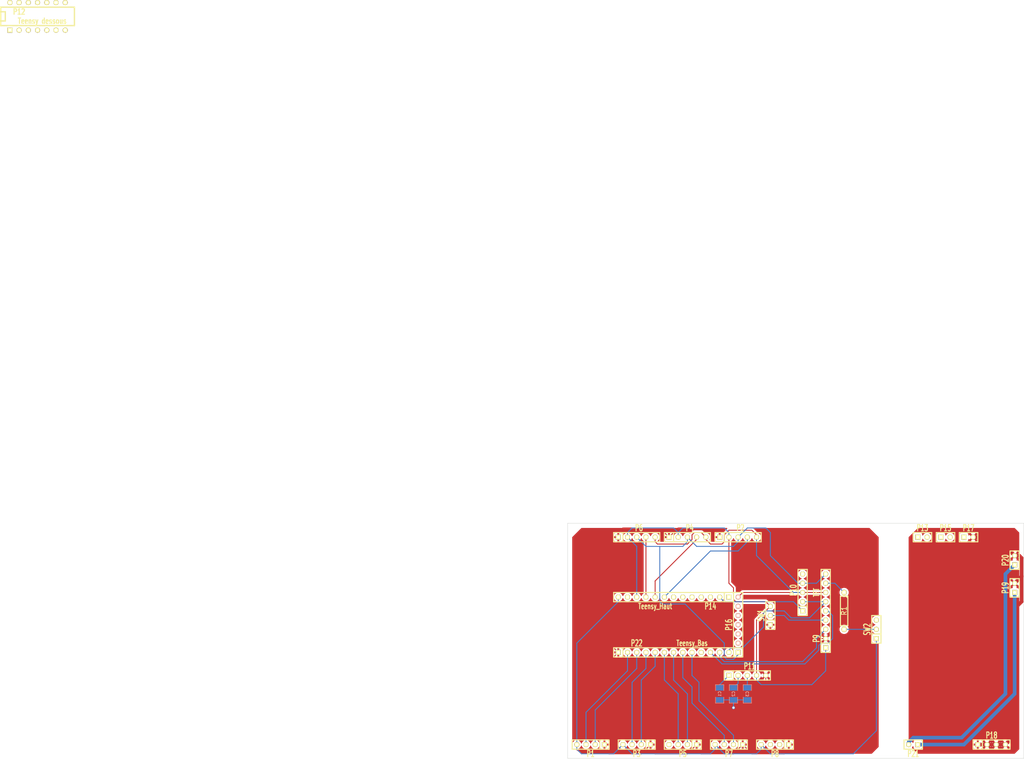
<source format=kicad_pcb>
(kicad_pcb (version 3) (host pcbnew "(2013-07-07 BZR 4022)-stable")

  (general
    (links 76)
    (no_connects 11)
    (area 0 0 0 0)
    (thickness 1.6)
    (drawings 4)
    (tracks 236)
    (zones 0)
    (modules 28)
    (nets 37)
  )

  (page A3)
  (layers
    (15 Dessus.Cu signal)
    (0 Dessous.Cu signal)
    (16 Dessous.Adhes user)
    (17 Dessus.Adhes user)
    (18 Dessous.Pate user)
    (19 Dessus.Pate user)
    (20 Dessous.SilkS user)
    (21 Dessus.SilkS user)
    (22 Dessous.Masque user)
    (23 Dessus.Masque user)
    (24 Dessin.User user)
    (25 Cmts.User user)
    (26 Eco1.User user)
    (27 Eco2.User user)
    (28 Contours.Ci user)
  )

  (setup
    (last_trace_width 0.254)
    (trace_clearance 0.254)
    (zone_clearance 0.508)
    (zone_45_only no)
    (trace_min 0.254)
    (segment_width 0.2)
    (edge_width 0.1)
    (via_size 0.889)
    (via_drill 0.635)
    (via_min_size 0.889)
    (via_min_drill 0.508)
    (uvia_size 0.508)
    (uvia_drill 0.127)
    (uvias_allowed no)
    (uvia_min_size 0.508)
    (uvia_min_drill 0.127)
    (pcb_text_width 0.3)
    (pcb_text_size 1.5 1.5)
    (mod_edge_width 0.15)
    (mod_text_size 1 1)
    (mod_text_width 0.15)
    (pad_size 1.5 1.5)
    (pad_drill 0.6)
    (pad_to_mask_clearance 0)
    (aux_axis_origin 0 0)
    (visible_elements 7FFEFFFF)
    (pcbplotparams
      (layerselection 3178497)
      (usegerberextensions true)
      (excludeedgelayer true)
      (linewidth 0.150000)
      (plotframeref false)
      (viasonmask false)
      (mode 1)
      (useauxorigin false)
      (hpglpennumber 1)
      (hpglpenspeed 20)
      (hpglpendiameter 15)
      (hpglpenoverlay 2)
      (psnegative false)
      (psa4output false)
      (plotreference true)
      (plotvalue true)
      (plotothertext true)
      (plotinvisibletext false)
      (padsonsilk false)
      (subtractmaskfromsilk false)
      (outputformat 1)
      (mirror false)
      (drillshape 1)
      (scaleselection 1)
      (outputdirectory ""))
  )

  (net 0 "")
  (net 1 +3.3V)
  (net 2 +5V)
  (net 3 12V1)
  (net 4 12V1_ON)
  (net 5 12V2)
  (net 6 12V2_ON)
  (net 7 12V_CHECK)
  (net 8 BYPASS_1_F)
  (net 9 BYPASS_1_O)
  (net 10 BYPASS_2_F)
  (net 11 BYPASS_2_O)
  (net 12 ENCODEUR_A)
  (net 13 ENCODEUR_B)
  (net 14 ENCODEUR_SW)
  (net 15 ENDSTOP_1_1)
  (net 16 ENDSTOP_1_2)
  (net 17 ENDSTOP_2_1)
  (net 18 ENDSTOP_2_2)
  (net 19 GND)
  (net 20 GNDPWR)
  (net 21 N-0000043)
  (net 22 N-0000044)
  (net 23 N-000007)
  (net 24 SD_CS)
  (net 25 SELECT_12V)
  (net 26 SELECT_VMC)
  (net 27 SPI_MISO)
  (net 28 SPI_MOSI)
  (net 29 SPI_SCK)
  (net 30 TCHEM_CS)
  (net 31 TEXT_CS)
  (net 32 TFT_CS)
  (net 33 TFT_DC)
  (net 34 TINT_CS)
  (net 35 VENT_CAVE)
  (net 36 VENT_CHEMINEE)

  (net_class Default "Ceci est la Netclass par défaut"
    (clearance 0.254)
    (trace_width 0.254)
    (via_dia 0.889)
    (via_drill 0.635)
    (uvia_dia 0.508)
    (uvia_drill 0.127)
    (add_net "")
    (add_net +3.3V)
    (add_net +5V)
    (add_net 12V1_ON)
    (add_net 12V2_ON)
    (add_net 12V_CHECK)
    (add_net BYPASS_1_F)
    (add_net BYPASS_1_O)
    (add_net BYPASS_2_F)
    (add_net BYPASS_2_O)
    (add_net ENCODEUR_A)
    (add_net ENCODEUR_B)
    (add_net ENCODEUR_SW)
    (add_net ENDSTOP_1_1)
    (add_net ENDSTOP_1_2)
    (add_net ENDSTOP_2_1)
    (add_net ENDSTOP_2_2)
    (add_net GND)
    (add_net N-0000043)
    (add_net N-0000044)
    (add_net N-000007)
    (add_net SD_CS)
    (add_net SELECT_12V)
    (add_net SELECT_VMC)
    (add_net SPI_MISO)
    (add_net SPI_MOSI)
    (add_net SPI_SCK)
    (add_net TCHEM_CS)
    (add_net TEXT_CS)
    (add_net TFT_CS)
    (add_net TFT_DC)
    (add_net TINT_CS)
    (add_net VENT_CAVE)
    (add_net VENT_CHEMINEE)
  )

  (net_class 12V ""
    (clearance 0.3)
    (trace_width 1)
    (via_dia 0.889)
    (via_drill 0.635)
    (uvia_dia 0.508)
    (uvia_drill 0.127)
    (add_net 12V1)
    (add_net 12V2)
    (add_net GNDPWR)
  )

  (module SM1206 (layer Dessous.Cu) (tedit 55EDBEBF) (tstamp 55ECB499)
    (at 195.58 186.69 270)
    (path /55EC9CF6)
    (attr smd)
    (fp_text reference C3 (at 0 0 270) (layer Dessous.SilkS)
      (effects (font (size 0.762 0.762) (thickness 0.127)) (justify mirror))
    )
    (fp_text value C (at 0 0 270) (layer Dessous.SilkS) hide
      (effects (font (size 0.762 0.762) (thickness 0.127)) (justify mirror))
    )
    (fp_line (start -2.54 1.143) (end -2.54 -1.143) (layer Dessous.SilkS) (width 0.127))
    (fp_line (start -2.54 -1.143) (end -0.889 -1.143) (layer Dessous.SilkS) (width 0.127))
    (fp_line (start 0.889 1.143) (end 2.54 1.143) (layer Dessous.SilkS) (width 0.127))
    (fp_line (start 2.54 1.143) (end 2.54 -1.143) (layer Dessous.SilkS) (width 0.127))
    (fp_line (start 2.54 -1.143) (end 0.889 -1.143) (layer Dessous.SilkS) (width 0.127))
    (fp_line (start -0.889 1.143) (end -2.54 1.143) (layer Dessous.SilkS) (width 0.127))
    (pad 1 smd rect (at -1.651 0 270) (size 1.524 2.032)
      (layers Dessous.Cu Dessous.Pate Dessous.Masque)
      (net 14 ENCODEUR_SW)
    )
    (pad 2 smd rect (at 1.651 0 270) (size 1.524 2.032)
      (layers Dessous.Cu Dessous.Pate Dessous.Masque)
      (net 19 GND)
    )
    (model smd/chip_cms.wrl
      (at (xyz 0 0 0))
      (scale (xyz 0.17 0.16 0.16))
      (rotate (xyz 0 0 0))
    )
  )

  (module SM1206 (layer Dessous.Cu) (tedit 55EDBEB5) (tstamp 55ECB4A5)
    (at 191.77 186.69 270)
    (path /55EC9CE7)
    (attr smd)
    (fp_text reference C2 (at 0 0 270) (layer Dessous.SilkS)
      (effects (font (size 0.762 0.762) (thickness 0.127)) (justify mirror))
    )
    (fp_text value C (at 0 0 270) (layer Dessous.SilkS) hide
      (effects (font (size 0.762 0.762) (thickness 0.127)) (justify mirror))
    )
    (fp_line (start -2.54 1.143) (end -2.54 -1.143) (layer Dessous.SilkS) (width 0.127))
    (fp_line (start -2.54 -1.143) (end -0.889 -1.143) (layer Dessous.SilkS) (width 0.127))
    (fp_line (start 0.889 1.143) (end 2.54 1.143) (layer Dessous.SilkS) (width 0.127))
    (fp_line (start 2.54 1.143) (end 2.54 -1.143) (layer Dessous.SilkS) (width 0.127))
    (fp_line (start 2.54 -1.143) (end 0.889 -1.143) (layer Dessous.SilkS) (width 0.127))
    (fp_line (start -0.889 1.143) (end -2.54 1.143) (layer Dessous.SilkS) (width 0.127))
    (pad 1 smd rect (at -1.651 0 270) (size 1.524 2.032)
      (layers Dessous.Cu Dessous.Pate Dessous.Masque)
      (net 13 ENCODEUR_B)
    )
    (pad 2 smd rect (at 1.651 0 270) (size 1.524 2.032)
      (layers Dessous.Cu Dessous.Pate Dessous.Masque)
      (net 19 GND)
    )
    (model smd/chip_cms.wrl
      (at (xyz 0 0 0))
      (scale (xyz 0.17 0.16 0.16))
      (rotate (xyz 0 0 0))
    )
  )

  (module SM1206 (layer Dessous.Cu) (tedit 55EDBEB3) (tstamp 55ECB4B1)
    (at 187.96 186.69 270)
    (path /55EC9CD8)
    (attr smd)
    (fp_text reference C1 (at 0 0 270) (layer Dessous.SilkS)
      (effects (font (size 0.762 0.762) (thickness 0.127)) (justify mirror))
    )
    (fp_text value C (at 0 0 270) (layer Dessous.SilkS) hide
      (effects (font (size 0.762 0.762) (thickness 0.127)) (justify mirror))
    )
    (fp_line (start -2.54 1.143) (end -2.54 -1.143) (layer Dessous.SilkS) (width 0.127))
    (fp_line (start -2.54 -1.143) (end -0.889 -1.143) (layer Dessous.SilkS) (width 0.127))
    (fp_line (start 0.889 1.143) (end 2.54 1.143) (layer Dessous.SilkS) (width 0.127))
    (fp_line (start 2.54 1.143) (end 2.54 -1.143) (layer Dessous.SilkS) (width 0.127))
    (fp_line (start 2.54 -1.143) (end 0.889 -1.143) (layer Dessous.SilkS) (width 0.127))
    (fp_line (start -0.889 1.143) (end -2.54 1.143) (layer Dessous.SilkS) (width 0.127))
    (pad 1 smd rect (at -1.651 0 270) (size 1.524 2.032)
      (layers Dessous.Cu Dessous.Pate Dessous.Masque)
      (net 12 ENCODEUR_A)
    )
    (pad 2 smd rect (at 1.651 0 270) (size 1.524 2.032)
      (layers Dessous.Cu Dessous.Pate Dessous.Masque)
      (net 19 GND)
    )
    (model smd/chip_cms.wrl
      (at (xyz 0 0 0))
      (scale (xyz 0.17 0.16 0.16))
      (rotate (xyz 0 0 0))
    )
  )

  (module SIL-9 (layer Dessus.Cu) (tedit 200000) (tstamp 55ECB4C3)
    (at 217.17 163.83 90)
    (descr "Connecteur 9 pins")
    (tags "CONN DEV")
    (path /55EC787B)
    (fp_text reference P9 (at -7.62 -2.54 90) (layer Dessus.SilkS)
      (effects (font (size 1.72974 1.08712) (thickness 0.3048)))
    )
    (fp_text value TFT (at 5.08 -2.54 90) (layer Dessus.SilkS)
      (effects (font (size 1.524 1.016) (thickness 0.3048)))
    )
    (fp_line (start 11.43 -1.27) (end 11.43 1.27) (layer Dessus.SilkS) (width 0.3048))
    (fp_line (start 11.43 1.27) (end -11.43 1.27) (layer Dessus.SilkS) (width 0.3048))
    (fp_line (start -11.43 1.27) (end -11.43 -1.27) (layer Dessus.SilkS) (width 0.3048))
    (fp_line (start 11.43 -1.27) (end -11.43 -1.27) (layer Dessus.SilkS) (width 0.3048))
    (fp_line (start -8.89 -1.27) (end -8.89 1.27) (layer Dessus.SilkS) (width 0.3048))
    (pad 1 thru_hole rect (at -10.16 0 90) (size 1.397 1.397) (drill 0.8128)
      (layers *.Cu *.Mask Dessus.SilkS)
      (net 1 +3.3V)
    )
    (pad 2 thru_hole circle (at -7.62 0 90) (size 1.397 1.397) (drill 0.8128)
      (layers *.Cu *.Mask Dessus.SilkS)
      (net 19 GND)
    )
    (pad 3 thru_hole circle (at -5.08 0 90) (size 1.397 1.397) (drill 0.8128)
      (layers *.Cu *.Mask Dessus.SilkS)
      (net 32 TFT_CS)
    )
    (pad 4 thru_hole circle (at -2.54 0 90) (size 1.397 1.397) (drill 0.8128)
      (layers *.Cu *.Mask Dessus.SilkS)
      (net 23 N-000007)
    )
    (pad 5 thru_hole circle (at 0 0 90) (size 1.397 1.397) (drill 0.8128)
      (layers *.Cu *.Mask Dessus.SilkS)
      (net 33 TFT_DC)
    )
    (pad 6 thru_hole circle (at 2.54 0 90) (size 1.397 1.397) (drill 0.8128)
      (layers *.Cu *.Mask Dessus.SilkS)
      (net 28 SPI_MOSI)
    )
    (pad 7 thru_hole circle (at 5.08 0 90) (size 1.397 1.397) (drill 0.8128)
      (layers *.Cu *.Mask Dessus.SilkS)
      (net 29 SPI_SCK)
    )
    (pad 8 thru_hole circle (at 7.62 0 90) (size 1.397 1.397) (drill 0.8128)
      (layers *.Cu *.Mask Dessus.SilkS)
      (net 21 N-0000043)
    )
    (pad 9 thru_hole circle (at 10.16 0 90) (size 1.397 1.397) (drill 0.8128)
      (layers *.Cu *.Mask Dessus.SilkS)
      (net 27 SPI_MISO)
    )
  )

  (module SIL-7 (layer Dessus.Cu) (tedit 200000) (tstamp 55ECB4D5)
    (at 193.04 167.64 90)
    (descr "Connecteur 7 pins")
    (tags "CONN DEV")
    (path /55ECA19A)
    (fp_text reference P16 (at 0 -2.54 90) (layer Dessus.SilkS)
      (effects (font (size 1.72974 1.08712) (thickness 0.3048)))
    )
    (fp_text value Teensy_cote (at 0 -2.54 90) (layer Dessus.SilkS) hide
      (effects (font (size 1.524 1.016) (thickness 0.3048)))
    )
    (fp_line (start -8.89 -1.27) (end -8.89 -1.27) (layer Dessus.SilkS) (width 0.3048))
    (fp_line (start -8.89 -1.27) (end 8.89 -1.27) (layer Dessus.SilkS) (width 0.3048))
    (fp_line (start 8.89 -1.27) (end 8.89 1.27) (layer Dessus.SilkS) (width 0.3048))
    (fp_line (start 8.89 1.27) (end -8.89 1.27) (layer Dessus.SilkS) (width 0.3048))
    (fp_line (start -8.89 1.27) (end -8.89 -1.27) (layer Dessus.SilkS) (width 0.3048))
    (fp_line (start -6.35 1.27) (end -6.35 1.27) (layer Dessus.SilkS) (width 0.3048))
    (fp_line (start -6.35 1.27) (end -6.35 -1.27) (layer Dessus.SilkS) (width 0.3048))
    (pad 1 thru_hole rect (at -7.62 0 90) (size 1.397 1.397) (drill 0.8128)
      (layers *.Cu *.Mask Dessus.SilkS)
      (net 27 SPI_MISO)
    )
    (pad 2 thru_hole circle (at -5.08 0 90) (size 1.397 1.397) (drill 0.8128)
      (layers *.Cu *.SilkS *.Mask)
    )
    (pad 3 thru_hole circle (at -2.54 0 90) (size 1.397 1.397) (drill 0.8128)
      (layers *.Cu *.SilkS *.Mask)
    )
    (pad 4 thru_hole circle (at 0 0 90) (size 1.397 1.397) (drill 0.8128)
      (layers *.Cu *.SilkS *.Mask)
    )
    (pad 5 thru_hole circle (at 2.54 0 90) (size 1.397 1.397) (drill 0.8128)
      (layers *.Cu *.SilkS *.Mask)
    )
    (pad 6 thru_hole circle (at 5.08 0 90) (size 1.397 1.397) (drill 0.8128)
      (layers *.Cu *.SilkS *.Mask)
    )
    (pad 7 thru_hole circle (at 7.62 0 90) (size 1.397 1.397) (drill 0.8128)
      (layers *.Cu *.SilkS *.Mask)
      (net 29 SPI_SCK)
    )
  )

  (module SIL-5 (layer Dessus.Cu) (tedit 200000) (tstamp 55ECB4E3)
    (at 210.82 157.48 90)
    (descr "Connecteur 5 pins")
    (tags "CONN DEV")
    (path /55EC7862)
    (fp_text reference P10 (at -0.635 -2.54 90) (layer Dessus.SilkS)
      (effects (font (size 1.72974 1.08712) (thickness 0.3048)))
    )
    (fp_text value SDCard (at 0 -2.54 90) (layer Dessus.SilkS) hide
      (effects (font (size 1.524 1.016) (thickness 0.3048)))
    )
    (fp_line (start -7.62 1.27) (end -7.62 -1.27) (layer Dessus.SilkS) (width 0.3048))
    (fp_line (start -7.62 -1.27) (end 5.08 -1.27) (layer Dessus.SilkS) (width 0.3048))
    (fp_line (start 5.08 -1.27) (end 5.08 1.27) (layer Dessus.SilkS) (width 0.3048))
    (fp_line (start 5.08 1.27) (end -7.62 1.27) (layer Dessus.SilkS) (width 0.3048))
    (fp_line (start -5.08 1.27) (end -5.08 -1.27) (layer Dessus.SilkS) (width 0.3048))
    (pad 1 thru_hole rect (at -6.35 0 90) (size 1.397 1.397) (drill 0.8128)
      (layers *.Cu *.Mask Dessus.SilkS)
      (net 24 SD_CS)
    )
    (pad 2 thru_hole circle (at -3.81 0 90) (size 1.397 1.397) (drill 0.8128)
      (layers *.Cu *.Mask Dessus.SilkS)
      (net 28 SPI_MOSI)
    )
    (pad 3 thru_hole circle (at -1.27 0 90) (size 1.397 1.397) (drill 0.8128)
      (layers *.Cu *.Mask Dessus.SilkS)
      (net 29 SPI_SCK)
    )
    (pad 4 thru_hole circle (at 1.27 0 90) (size 1.397 1.397) (drill 0.8128)
      (layers *.Cu *.Mask Dessus.SilkS)
      (net 27 SPI_MISO)
    )
    (pad 5 thru_hole circle (at 3.81 0 90) (size 1.397 1.397) (drill 0.8128)
      (layers *.Cu *.Mask Dessus.SilkS)
    )
  )

  (module SIL-5 (layer Dessus.Cu) (tedit 200000) (tstamp 55ECB4F1)
    (at 196.85 181.61)
    (descr "Connecteur 5 pins")
    (tags "CONN DEV")
    (path /55EC7782)
    (fp_text reference P11 (at -0.635 -2.54) (layer Dessus.SilkS)
      (effects (font (size 1.72974 1.08712) (thickness 0.3048)))
    )
    (fp_text value "Codeur Rotatif" (at 0 -2.54) (layer Dessus.SilkS) hide
      (effects (font (size 1.524 1.016) (thickness 0.3048)))
    )
    (fp_line (start -7.62 1.27) (end -7.62 -1.27) (layer Dessus.SilkS) (width 0.3048))
    (fp_line (start -7.62 -1.27) (end 5.08 -1.27) (layer Dessus.SilkS) (width 0.3048))
    (fp_line (start 5.08 -1.27) (end 5.08 1.27) (layer Dessus.SilkS) (width 0.3048))
    (fp_line (start 5.08 1.27) (end -7.62 1.27) (layer Dessus.SilkS) (width 0.3048))
    (fp_line (start -5.08 1.27) (end -5.08 -1.27) (layer Dessus.SilkS) (width 0.3048))
    (pad 1 thru_hole rect (at -6.35 0) (size 1.397 1.397) (drill 0.8128)
      (layers *.Cu *.Mask Dessus.SilkS)
      (net 12 ENCODEUR_A)
    )
    (pad 2 thru_hole circle (at -3.81 0) (size 1.397 1.397) (drill 0.8128)
      (layers *.Cu *.Mask Dessus.SilkS)
      (net 13 ENCODEUR_B)
    )
    (pad 3 thru_hole circle (at -1.27 0) (size 1.397 1.397) (drill 0.8128)
      (layers *.Cu *.Mask Dessus.SilkS)
      (net 14 ENCODEUR_SW)
    )
    (pad 4 thru_hole circle (at 1.27 0) (size 1.397 1.397) (drill 0.8128)
      (layers *.Cu *.Mask Dessus.SilkS)
      (net 1 +3.3V)
    )
    (pad 5 thru_hole circle (at 3.81 0) (size 1.397 1.397) (drill 0.8128)
      (layers *.Cu *.Mask Dessus.SilkS)
      (net 19 GND)
    )
  )

  (module SIL-5 (layer Dessus.Cu) (tedit 200000) (tstamp 55ECB4FF)
    (at 166.37 143.51)
    (descr "Connecteur 5 pins")
    (tags "CONN DEV")
    (path /55EC7718)
    (fp_text reference P6 (at -0.635 -2.54) (layer Dessus.SilkS)
      (effects (font (size 1.72974 1.08712) (thickness 0.3048)))
    )
    (fp_text value Temp_Chem (at 0 -2.54) (layer Dessus.SilkS) hide
      (effects (font (size 1.524 1.016) (thickness 0.3048)))
    )
    (fp_line (start -7.62 1.27) (end -7.62 -1.27) (layer Dessus.SilkS) (width 0.3048))
    (fp_line (start -7.62 -1.27) (end 5.08 -1.27) (layer Dessus.SilkS) (width 0.3048))
    (fp_line (start 5.08 -1.27) (end 5.08 1.27) (layer Dessus.SilkS) (width 0.3048))
    (fp_line (start 5.08 1.27) (end -7.62 1.27) (layer Dessus.SilkS) (width 0.3048))
    (fp_line (start -5.08 1.27) (end -5.08 -1.27) (layer Dessus.SilkS) (width 0.3048))
    (pad 1 thru_hole rect (at -6.35 0) (size 1.397 1.397) (drill 0.8128)
      (layers *.Cu *.Mask Dessus.SilkS)
      (net 19 GND)
    )
    (pad 2 thru_hole circle (at -3.81 0) (size 1.397 1.397) (drill 0.8128)
      (layers *.Cu *.Mask Dessus.SilkS)
      (net 1 +3.3V)
    )
    (pad 3 thru_hole circle (at -1.27 0) (size 1.397 1.397) (drill 0.8128)
      (layers *.Cu *.Mask Dessus.SilkS)
      (net 27 SPI_MISO)
    )
    (pad 4 thru_hole circle (at 1.27 0) (size 1.397 1.397) (drill 0.8128)
      (layers *.Cu *.Mask Dessus.SilkS)
      (net 30 TCHEM_CS)
    )
    (pad 5 thru_hole circle (at 3.81 0) (size 1.397 1.397) (drill 0.8128)
      (layers *.Cu *.Mask Dessus.SilkS)
      (net 29 SPI_SCK)
    )
  )

  (module SIL-5 (layer Dessus.Cu) (tedit 200000) (tstamp 55ECB50D)
    (at 194.31 143.51)
    (descr "Connecteur 5 pins")
    (tags "CONN DEV")
    (path /55EC76FC)
    (fp_text reference P2 (at -0.635 -2.54) (layer Dessus.SilkS)
      (effects (font (size 1.72974 1.08712) (thickness 0.3048)))
    )
    (fp_text value Temp_Ext (at 0 -2.54) (layer Dessus.SilkS) hide
      (effects (font (size 1.524 1.016) (thickness 0.3048)))
    )
    (fp_line (start -7.62 1.27) (end -7.62 -1.27) (layer Dessus.SilkS) (width 0.3048))
    (fp_line (start -7.62 -1.27) (end 5.08 -1.27) (layer Dessus.SilkS) (width 0.3048))
    (fp_line (start 5.08 -1.27) (end 5.08 1.27) (layer Dessus.SilkS) (width 0.3048))
    (fp_line (start 5.08 1.27) (end -7.62 1.27) (layer Dessus.SilkS) (width 0.3048))
    (fp_line (start -5.08 1.27) (end -5.08 -1.27) (layer Dessus.SilkS) (width 0.3048))
    (pad 1 thru_hole rect (at -6.35 0) (size 1.397 1.397) (drill 0.8128)
      (layers *.Cu *.Mask Dessus.SilkS)
      (net 19 GND)
    )
    (pad 2 thru_hole circle (at -3.81 0) (size 1.397 1.397) (drill 0.8128)
      (layers *.Cu *.Mask Dessus.SilkS)
      (net 1 +3.3V)
    )
    (pad 3 thru_hole circle (at -1.27 0) (size 1.397 1.397) (drill 0.8128)
      (layers *.Cu *.Mask Dessus.SilkS)
      (net 27 SPI_MISO)
    )
    (pad 4 thru_hole circle (at 1.27 0) (size 1.397 1.397) (drill 0.8128)
      (layers *.Cu *.Mask Dessus.SilkS)
      (net 31 TEXT_CS)
    )
    (pad 5 thru_hole circle (at 3.81 0) (size 1.397 1.397) (drill 0.8128)
      (layers *.Cu *.Mask Dessus.SilkS)
      (net 29 SPI_SCK)
    )
  )

  (module SIL-5 (layer Dessus.Cu) (tedit 200000) (tstamp 55ECB51B)
    (at 180.34 143.51)
    (descr "Connecteur 5 pins")
    (tags "CONN DEV")
    (path /55EC770B)
    (fp_text reference P4 (at -0.635 -2.54) (layer Dessus.SilkS)
      (effects (font (size 1.72974 1.08712) (thickness 0.3048)))
    )
    (fp_text value Temp_Int (at 0 -2.54) (layer Dessus.SilkS) hide
      (effects (font (size 1.524 1.016) (thickness 0.3048)))
    )
    (fp_line (start -7.62 1.27) (end -7.62 -1.27) (layer Dessus.SilkS) (width 0.3048))
    (fp_line (start -7.62 -1.27) (end 5.08 -1.27) (layer Dessus.SilkS) (width 0.3048))
    (fp_line (start 5.08 -1.27) (end 5.08 1.27) (layer Dessus.SilkS) (width 0.3048))
    (fp_line (start 5.08 1.27) (end -7.62 1.27) (layer Dessus.SilkS) (width 0.3048))
    (fp_line (start -5.08 1.27) (end -5.08 -1.27) (layer Dessus.SilkS) (width 0.3048))
    (pad 1 thru_hole rect (at -6.35 0) (size 1.397 1.397) (drill 0.8128)
      (layers *.Cu *.Mask Dessus.SilkS)
      (net 19 GND)
    )
    (pad 2 thru_hole circle (at -3.81 0) (size 1.397 1.397) (drill 0.8128)
      (layers *.Cu *.Mask Dessus.SilkS)
      (net 1 +3.3V)
    )
    (pad 3 thru_hole circle (at -1.27 0) (size 1.397 1.397) (drill 0.8128)
      (layers *.Cu *.Mask Dessus.SilkS)
      (net 27 SPI_MISO)
    )
    (pad 4 thru_hole circle (at 1.27 0) (size 1.397 1.397) (drill 0.8128)
      (layers *.Cu *.Mask Dessus.SilkS)
      (net 34 TINT_CS)
    )
    (pad 5 thru_hole circle (at 3.81 0) (size 1.397 1.397) (drill 0.8128)
      (layers *.Cu *.Mask Dessus.SilkS)
      (net 29 SPI_SCK)
    )
  )

  (module SIL-4 (layer Dessus.Cu) (tedit 200000) (tstamp 55ECB52A)
    (at 152.4 200.66 180)
    (descr "Connecteur 4 pibs")
    (tags "CONN DEV")
    (path /55EC7379)
    (fp_text reference P1 (at 0 -2.54 180) (layer Dessus.SilkS)
      (effects (font (size 1.73482 1.08712) (thickness 0.3048)))
    )
    (fp_text value RelaisBoard1 (at 0 -2.54 180) (layer Dessus.SilkS) hide
      (effects (font (size 1.524 1.016) (thickness 0.3048)))
    )
    (fp_line (start -5.08 -1.27) (end -5.08 -1.27) (layer Dessus.SilkS) (width 0.3048))
    (fp_line (start -5.08 1.27) (end -5.08 -1.27) (layer Dessus.SilkS) (width 0.3048))
    (fp_line (start -5.08 -1.27) (end -5.08 -1.27) (layer Dessus.SilkS) (width 0.3048))
    (fp_line (start -5.08 -1.27) (end 5.08 -1.27) (layer Dessus.SilkS) (width 0.3048))
    (fp_line (start 5.08 -1.27) (end 5.08 1.27) (layer Dessus.SilkS) (width 0.3048))
    (fp_line (start 5.08 1.27) (end -5.08 1.27) (layer Dessus.SilkS) (width 0.3048))
    (fp_line (start -2.54 1.27) (end -2.54 -1.27) (layer Dessus.SilkS) (width 0.3048))
    (pad 1 thru_hole rect (at -3.81 0 180) (size 1.397 1.397) (drill 0.8128)
      (layers *.Cu *.Mask Dessus.SilkS)
      (net 19 GND)
    )
    (pad 2 thru_hole circle (at -1.27 0 180) (size 1.397 1.397) (drill 0.8128)
      (layers *.Cu *.Mask Dessus.SilkS)
      (net 9 BYPASS_1_O)
    )
    (pad 3 thru_hole circle (at 1.27 0 180) (size 1.397 1.397) (drill 0.8128)
      (layers *.Cu *.Mask Dessus.SilkS)
      (net 8 BYPASS_1_F)
    )
    (pad 4 thru_hole circle (at 3.81 0 180) (size 1.397 1.397) (drill 0.8128)
      (layers *.Cu *.Mask Dessus.SilkS)
      (net 2 +5V)
    )
  )

  (module SIL-4 (layer Dessus.Cu) (tedit 200000) (tstamp 55ECB539)
    (at 165.1 200.66 180)
    (descr "Connecteur 4 pibs")
    (tags "CONN DEV")
    (path /55EC7388)
    (fp_text reference P3 (at 0 -2.54 180) (layer Dessus.SilkS)
      (effects (font (size 1.73482 1.08712) (thickness 0.3048)))
    )
    (fp_text value RelaisBoard2 (at 0 -2.54 180) (layer Dessus.SilkS) hide
      (effects (font (size 1.524 1.016) (thickness 0.3048)))
    )
    (fp_line (start -5.08 -1.27) (end -5.08 -1.27) (layer Dessus.SilkS) (width 0.3048))
    (fp_line (start -5.08 1.27) (end -5.08 -1.27) (layer Dessus.SilkS) (width 0.3048))
    (fp_line (start -5.08 -1.27) (end -5.08 -1.27) (layer Dessus.SilkS) (width 0.3048))
    (fp_line (start -5.08 -1.27) (end 5.08 -1.27) (layer Dessus.SilkS) (width 0.3048))
    (fp_line (start 5.08 -1.27) (end 5.08 1.27) (layer Dessus.SilkS) (width 0.3048))
    (fp_line (start 5.08 1.27) (end -5.08 1.27) (layer Dessus.SilkS) (width 0.3048))
    (fp_line (start -2.54 1.27) (end -2.54 -1.27) (layer Dessus.SilkS) (width 0.3048))
    (pad 1 thru_hole rect (at -3.81 0 180) (size 1.397 1.397) (drill 0.8128)
      (layers *.Cu *.Mask Dessus.SilkS)
      (net 19 GND)
    )
    (pad 2 thru_hole circle (at -1.27 0 180) (size 1.397 1.397) (drill 0.8128)
      (layers *.Cu *.Mask Dessus.SilkS)
      (net 11 BYPASS_2_O)
    )
    (pad 3 thru_hole circle (at 1.27 0 180) (size 1.397 1.397) (drill 0.8128)
      (layers *.Cu *.Mask Dessus.SilkS)
      (net 10 BYPASS_2_F)
    )
    (pad 4 thru_hole circle (at 3.81 0 180) (size 1.397 1.397) (drill 0.8128)
      (layers *.Cu *.Mask Dessus.SilkS)
      (net 2 +5V)
    )
  )

  (module SIL-4 (layer Dessus.Cu) (tedit 200000) (tstamp 55ECB548)
    (at 177.8 200.66 180)
    (descr "Connecteur 4 pibs")
    (tags "CONN DEV")
    (path /55EC7397)
    (fp_text reference P5 (at 0 -2.54 180) (layer Dessus.SilkS)
      (effects (font (size 1.73482 1.08712) (thickness 0.3048)))
    )
    (fp_text value RelaisBoard3 (at 0 -2.54 180) (layer Dessus.SilkS) hide
      (effects (font (size 1.524 1.016) (thickness 0.3048)))
    )
    (fp_line (start -5.08 -1.27) (end -5.08 -1.27) (layer Dessus.SilkS) (width 0.3048))
    (fp_line (start -5.08 1.27) (end -5.08 -1.27) (layer Dessus.SilkS) (width 0.3048))
    (fp_line (start -5.08 -1.27) (end -5.08 -1.27) (layer Dessus.SilkS) (width 0.3048))
    (fp_line (start -5.08 -1.27) (end 5.08 -1.27) (layer Dessus.SilkS) (width 0.3048))
    (fp_line (start 5.08 -1.27) (end 5.08 1.27) (layer Dessus.SilkS) (width 0.3048))
    (fp_line (start 5.08 1.27) (end -5.08 1.27) (layer Dessus.SilkS) (width 0.3048))
    (fp_line (start -2.54 1.27) (end -2.54 -1.27) (layer Dessus.SilkS) (width 0.3048))
    (pad 1 thru_hole rect (at -3.81 0 180) (size 1.397 1.397) (drill 0.8128)
      (layers *.Cu *.Mask Dessus.SilkS)
      (net 19 GND)
    )
    (pad 2 thru_hole circle (at -1.27 0 180) (size 1.397 1.397) (drill 0.8128)
      (layers *.Cu *.Mask Dessus.SilkS)
      (net 36 VENT_CHEMINEE)
    )
    (pad 3 thru_hole circle (at 1.27 0 180) (size 1.397 1.397) (drill 0.8128)
      (layers *.Cu *.Mask Dessus.SilkS)
      (net 35 VENT_CAVE)
    )
    (pad 4 thru_hole circle (at 3.81 0 180) (size 1.397 1.397) (drill 0.8128)
      (layers *.Cu *.Mask Dessus.SilkS)
      (net 2 +5V)
    )
  )

  (module SIL-4 (layer Dessus.Cu) (tedit 200000) (tstamp 55ECB557)
    (at 190.5 200.66 180)
    (descr "Connecteur 4 pibs")
    (tags "CONN DEV")
    (path /55EC73A6)
    (fp_text reference P7 (at 0 -2.54 180) (layer Dessus.SilkS)
      (effects (font (size 1.73482 1.08712) (thickness 0.3048)))
    )
    (fp_text value RelaisBoard4 (at 0 -2.54 180) (layer Dessus.SilkS) hide
      (effects (font (size 1.524 1.016) (thickness 0.3048)))
    )
    (fp_line (start -5.08 -1.27) (end -5.08 -1.27) (layer Dessus.SilkS) (width 0.3048))
    (fp_line (start -5.08 1.27) (end -5.08 -1.27) (layer Dessus.SilkS) (width 0.3048))
    (fp_line (start -5.08 -1.27) (end -5.08 -1.27) (layer Dessus.SilkS) (width 0.3048))
    (fp_line (start -5.08 -1.27) (end 5.08 -1.27) (layer Dessus.SilkS) (width 0.3048))
    (fp_line (start 5.08 -1.27) (end 5.08 1.27) (layer Dessus.SilkS) (width 0.3048))
    (fp_line (start 5.08 1.27) (end -5.08 1.27) (layer Dessus.SilkS) (width 0.3048))
    (fp_line (start -2.54 1.27) (end -2.54 -1.27) (layer Dessus.SilkS) (width 0.3048))
    (pad 1 thru_hole rect (at -3.81 0 180) (size 1.397 1.397) (drill 0.8128)
      (layers *.Cu *.Mask Dessus.SilkS)
      (net 19 GND)
    )
    (pad 2 thru_hole circle (at -1.27 0 180) (size 1.397 1.397) (drill 0.8128)
      (layers *.Cu *.Mask Dessus.SilkS)
      (net 26 SELECT_VMC)
    )
    (pad 3 thru_hole circle (at 1.27 0 180) (size 1.397 1.397) (drill 0.8128)
      (layers *.Cu *.Mask Dessus.SilkS)
      (net 4 12V1_ON)
    )
    (pad 4 thru_hole circle (at 3.81 0 180) (size 1.397 1.397) (drill 0.8128)
      (layers *.Cu *.Mask Dessus.SilkS)
      (net 2 +5V)
    )
  )

  (module SIL-4 (layer Dessus.Cu) (tedit 200000) (tstamp 55ECB566)
    (at 203.2 200.66 180)
    (descr "Connecteur 4 pibs")
    (tags "CONN DEV")
    (path /55EC73B5)
    (fp_text reference P8 (at 0 -2.54 180) (layer Dessus.SilkS)
      (effects (font (size 1.73482 1.08712) (thickness 0.3048)))
    )
    (fp_text value RelaisBoard5 (at 0 -2.54 180) (layer Dessus.SilkS) hide
      (effects (font (size 1.524 1.016) (thickness 0.3048)))
    )
    (fp_line (start -5.08 -1.27) (end -5.08 -1.27) (layer Dessus.SilkS) (width 0.3048))
    (fp_line (start -5.08 1.27) (end -5.08 -1.27) (layer Dessus.SilkS) (width 0.3048))
    (fp_line (start -5.08 -1.27) (end -5.08 -1.27) (layer Dessus.SilkS) (width 0.3048))
    (fp_line (start -5.08 -1.27) (end 5.08 -1.27) (layer Dessus.SilkS) (width 0.3048))
    (fp_line (start 5.08 -1.27) (end 5.08 1.27) (layer Dessus.SilkS) (width 0.3048))
    (fp_line (start 5.08 1.27) (end -5.08 1.27) (layer Dessus.SilkS) (width 0.3048))
    (fp_line (start -2.54 1.27) (end -2.54 -1.27) (layer Dessus.SilkS) (width 0.3048))
    (pad 1 thru_hole rect (at -3.81 0 180) (size 1.397 1.397) (drill 0.8128)
      (layers *.Cu *.Mask Dessus.SilkS)
      (net 19 GND)
    )
    (pad 2 thru_hole circle (at -1.27 0 180) (size 1.397 1.397) (drill 0.8128)
      (layers *.Cu *.Mask Dessus.SilkS)
      (net 25 SELECT_12V)
    )
    (pad 3 thru_hole circle (at 1.27 0 180) (size 1.397 1.397) (drill 0.8128)
      (layers *.Cu *.Mask Dessus.SilkS)
      (net 6 12V2_ON)
    )
    (pad 4 thru_hole circle (at 3.81 0 180) (size 1.397 1.397) (drill 0.8128)
      (layers *.Cu *.Mask Dessus.SilkS)
      (net 2 +5V)
    )
  )

  (module SIL-4 (layer Dessus.Cu) (tedit 200000) (tstamp 55ECB575)
    (at 262.89 200.66)
    (descr "Connecteur 4 pibs")
    (tags "CONN DEV")
    (path /55EC7564)
    (fp_text reference P18 (at 0 -2.54) (layer Dessus.SilkS)
      (effects (font (size 1.73482 1.08712) (thickness 0.3048)))
    )
    (fp_text value Masse_12V (at 0 -2.54) (layer Dessus.SilkS) hide
      (effects (font (size 1.524 1.016) (thickness 0.3048)))
    )
    (fp_line (start -5.08 -1.27) (end -5.08 -1.27) (layer Dessus.SilkS) (width 0.3048))
    (fp_line (start -5.08 1.27) (end -5.08 -1.27) (layer Dessus.SilkS) (width 0.3048))
    (fp_line (start -5.08 -1.27) (end -5.08 -1.27) (layer Dessus.SilkS) (width 0.3048))
    (fp_line (start -5.08 -1.27) (end 5.08 -1.27) (layer Dessus.SilkS) (width 0.3048))
    (fp_line (start 5.08 -1.27) (end 5.08 1.27) (layer Dessus.SilkS) (width 0.3048))
    (fp_line (start 5.08 1.27) (end -5.08 1.27) (layer Dessus.SilkS) (width 0.3048))
    (fp_line (start -2.54 1.27) (end -2.54 -1.27) (layer Dessus.SilkS) (width 0.3048))
    (pad 1 thru_hole rect (at -3.81 0) (size 1.397 1.397) (drill 0.8128)
      (layers *.Cu *.Mask Dessus.SilkS)
      (net 20 GNDPWR)
    )
    (pad 2 thru_hole circle (at -1.27 0) (size 1.397 1.397) (drill 0.8128)
      (layers *.Cu *.Mask Dessus.SilkS)
      (net 20 GNDPWR)
    )
    (pad 3 thru_hole circle (at 1.27 0) (size 1.397 1.397) (drill 0.8128)
      (layers *.Cu *.Mask Dessus.SilkS)
      (net 20 GNDPWR)
    )
    (pad 4 thru_hole circle (at 3.81 0) (size 1.397 1.397) (drill 0.8128)
      (layers *.Cu *.Mask Dessus.SilkS)
      (net 20 GNDPWR)
    )
  )

  (module SIL-3 (layer Dessus.Cu) (tedit 200000) (tstamp 55ECB581)
    (at 201.93 165.1 90)
    (descr "Connecteur 3 pins")
    (tags "CONN DEV")
    (path /55EC7C77)
    (fp_text reference SW1 (at 0 -2.54 90) (layer Dessus.SilkS)
      (effects (font (size 1.7907 1.07696) (thickness 0.3048)))
    )
    (fp_text value Reset_Push (at 0 -2.54 90) (layer Dessus.SilkS) hide
      (effects (font (size 1.524 1.016) (thickness 0.3048)))
    )
    (fp_line (start -3.81 1.27) (end -3.81 -1.27) (layer Dessus.SilkS) (width 0.3048))
    (fp_line (start -3.81 -1.27) (end 3.81 -1.27) (layer Dessus.SilkS) (width 0.3048))
    (fp_line (start 3.81 -1.27) (end 3.81 1.27) (layer Dessus.SilkS) (width 0.3048))
    (fp_line (start 3.81 1.27) (end -3.81 1.27) (layer Dessus.SilkS) (width 0.3048))
    (fp_line (start -1.27 -1.27) (end -1.27 1.27) (layer Dessus.SilkS) (width 0.3048))
    (pad 1 thru_hole rect (at -2.54 0 90) (size 1.397 1.397) (drill 0.8128)
      (layers *.Cu *.Mask Dessus.SilkS)
      (net 19 GND)
    )
    (pad 2 thru_hole circle (at 0 0 90) (size 1.397 1.397) (drill 0.8128)
      (layers *.Cu *.Mask Dessus.SilkS)
      (net 23 N-000007)
    )
    (pad 3 thru_hole circle (at 2.54 0 90) (size 1.397 1.397) (drill 0.8128)
      (layers *.Cu *.Mask Dessus.SilkS)
      (net 1 +3.3V)
    )
  )

  (module SIL-3 (layer Dessus.Cu) (tedit 200000) (tstamp 55ECB58D)
    (at 231.14 168.91 90)
    (descr "Connecteur 3 pins")
    (tags "CONN DEV")
    (path /55EC7ABF)
    (fp_text reference SW2 (at 0 -2.54 90) (layer Dessus.SilkS)
      (effects (font (size 1.7907 1.07696) (thickness 0.3048)))
    )
    (fp_text value BackLight_On/ff (at 0 -2.54 90) (layer Dessus.SilkS) hide
      (effects (font (size 1.524 1.016) (thickness 0.3048)))
    )
    (fp_line (start -3.81 1.27) (end -3.81 -1.27) (layer Dessus.SilkS) (width 0.3048))
    (fp_line (start -3.81 -1.27) (end 3.81 -1.27) (layer Dessus.SilkS) (width 0.3048))
    (fp_line (start 3.81 -1.27) (end 3.81 1.27) (layer Dessus.SilkS) (width 0.3048))
    (fp_line (start 3.81 1.27) (end -3.81 1.27) (layer Dessus.SilkS) (width 0.3048))
    (fp_line (start -1.27 -1.27) (end -1.27 1.27) (layer Dessus.SilkS) (width 0.3048))
    (pad 1 thru_hole rect (at -2.54 0 90) (size 1.397 1.397) (drill 0.8128)
      (layers *.Cu *.Mask Dessus.SilkS)
      (net 2 +5V)
    )
    (pad 2 thru_hole circle (at 0 0 90) (size 1.397 1.397) (drill 0.8128)
      (layers *.Cu *.Mask Dessus.SilkS)
      (net 22 N-0000044)
    )
    (pad 3 thru_hole circle (at 2.54 0 90) (size 1.397 1.397) (drill 0.8128)
      (layers *.Cu *.Mask Dessus.SilkS)
    )
  )

  (module SIL-2 (layer Dessus.Cu) (tedit 200000) (tstamp 55ECB597)
    (at 250.19 143.51)
    (descr "Connecteurs 2 pins")
    (tags "CONN DEV")
    (path /55EC78CF)
    (fp_text reference P15 (at 0 -2.54) (layer Dessus.SilkS)
      (effects (font (size 1.72974 1.08712) (thickness 0.3048)))
    )
    (fp_text value EndStops2 (at 0 -2.54) (layer Dessus.SilkS) hide
      (effects (font (size 1.524 1.016) (thickness 0.3048)))
    )
    (fp_line (start -2.54 1.27) (end -2.54 -1.27) (layer Dessus.SilkS) (width 0.3048))
    (fp_line (start -2.54 -1.27) (end 2.54 -1.27) (layer Dessus.SilkS) (width 0.3048))
    (fp_line (start 2.54 -1.27) (end 2.54 1.27) (layer Dessus.SilkS) (width 0.3048))
    (fp_line (start 2.54 1.27) (end -2.54 1.27) (layer Dessus.SilkS) (width 0.3048))
    (pad 1 thru_hole rect (at -1.27 0) (size 1.397 1.397) (drill 0.8128)
      (layers *.Cu *.Mask Dessus.SilkS)
      (net 17 ENDSTOP_2_1)
    )
    (pad 2 thru_hole circle (at 1.27 0) (size 1.397 1.397) (drill 0.8128)
      (layers *.Cu *.Mask Dessus.SilkS)
      (net 18 ENDSTOP_2_2)
    )
  )

  (module SIL-2 (layer Dessus.Cu) (tedit 200000) (tstamp 55ECB5A1)
    (at 243.84 143.51)
    (descr "Connecteurs 2 pins")
    (tags "CONN DEV")
    (path /55EC78C0)
    (fp_text reference P13 (at 0 -2.54) (layer Dessus.SilkS)
      (effects (font (size 1.72974 1.08712) (thickness 0.3048)))
    )
    (fp_text value EndStops1 (at 0 -2.54) (layer Dessus.SilkS) hide
      (effects (font (size 1.524 1.016) (thickness 0.3048)))
    )
    (fp_line (start -2.54 1.27) (end -2.54 -1.27) (layer Dessus.SilkS) (width 0.3048))
    (fp_line (start -2.54 -1.27) (end 2.54 -1.27) (layer Dessus.SilkS) (width 0.3048))
    (fp_line (start 2.54 -1.27) (end 2.54 1.27) (layer Dessus.SilkS) (width 0.3048))
    (fp_line (start 2.54 1.27) (end -2.54 1.27) (layer Dessus.SilkS) (width 0.3048))
    (pad 1 thru_hole rect (at -1.27 0) (size 1.397 1.397) (drill 0.8128)
      (layers *.Cu *.Mask Dessus.SilkS)
      (net 15 ENDSTOP_1_1)
    )
    (pad 2 thru_hole circle (at 1.27 0) (size 1.397 1.397) (drill 0.8128)
      (layers *.Cu *.Mask Dessus.SilkS)
      (net 16 ENDSTOP_1_2)
    )
  )

  (module SIL-2 (layer Dessus.Cu) (tedit 200000) (tstamp 55ECB5AB)
    (at 269.24 157.48 90)
    (descr "Connecteurs 2 pins")
    (tags "CONN DEV")
    (path /55EC74D3)
    (fp_text reference P19 (at 0 -2.54 90) (layer Dessus.SilkS)
      (effects (font (size 1.72974 1.08712) (thickness 0.3048)))
    )
    (fp_text value 12V1 (at 0 -2.54 90) (layer Dessus.SilkS) hide
      (effects (font (size 1.524 1.016) (thickness 0.3048)))
    )
    (fp_line (start -2.54 1.27) (end -2.54 -1.27) (layer Dessus.SilkS) (width 0.3048))
    (fp_line (start -2.54 -1.27) (end 2.54 -1.27) (layer Dessus.SilkS) (width 0.3048))
    (fp_line (start 2.54 -1.27) (end 2.54 1.27) (layer Dessus.SilkS) (width 0.3048))
    (fp_line (start 2.54 1.27) (end -2.54 1.27) (layer Dessus.SilkS) (width 0.3048))
    (pad 1 thru_hole rect (at -1.27 0 90) (size 1.397 1.397) (drill 0.8128)
      (layers *.Cu *.Mask Dessus.SilkS)
      (net 3 12V1)
    )
    (pad 2 thru_hole circle (at 1.27 0 90) (size 1.397 1.397) (drill 0.8128)
      (layers *.Cu *.Mask Dessus.SilkS)
      (net 20 GNDPWR)
    )
  )

  (module SIL-2 (layer Dessus.Cu) (tedit 200000) (tstamp 55ECB5B5)
    (at 269.24 149.86 90)
    (descr "Connecteurs 2 pins")
    (tags "CONN DEV")
    (path /55EC74E2)
    (fp_text reference P20 (at 0 -2.54 90) (layer Dessus.SilkS)
      (effects (font (size 1.72974 1.08712) (thickness 0.3048)))
    )
    (fp_text value 12V2 (at 0 -2.54 90) (layer Dessus.SilkS) hide
      (effects (font (size 1.524 1.016) (thickness 0.3048)))
    )
    (fp_line (start -2.54 1.27) (end -2.54 -1.27) (layer Dessus.SilkS) (width 0.3048))
    (fp_line (start -2.54 -1.27) (end 2.54 -1.27) (layer Dessus.SilkS) (width 0.3048))
    (fp_line (start 2.54 -1.27) (end 2.54 1.27) (layer Dessus.SilkS) (width 0.3048))
    (fp_line (start 2.54 1.27) (end -2.54 1.27) (layer Dessus.SilkS) (width 0.3048))
    (pad 1 thru_hole rect (at -1.27 0 90) (size 1.397 1.397) (drill 0.8128)
      (layers *.Cu *.Mask Dessus.SilkS)
      (net 5 12V2)
    )
    (pad 2 thru_hole circle (at 1.27 0 90) (size 1.397 1.397) (drill 0.8128)
      (layers *.Cu *.Mask Dessus.SilkS)
      (net 20 GNDPWR)
    )
  )

  (module SIL-2 (layer Dessus.Cu) (tedit 200000) (tstamp 55ECB5BF)
    (at 241.3 200.66 180)
    (descr "Connecteurs 2 pins")
    (tags "CONN DEV")
    (path /55EC7555)
    (fp_text reference P21 (at 0 -2.54 180) (layer Dessus.SilkS)
      (effects (font (size 1.72974 1.08712) (thickness 0.3048)))
    )
    (fp_text value 12V_1et2 (at 0 -2.54 180) (layer Dessus.SilkS) hide
      (effects (font (size 1.524 1.016) (thickness 0.3048)))
    )
    (fp_line (start -2.54 1.27) (end -2.54 -1.27) (layer Dessus.SilkS) (width 0.3048))
    (fp_line (start -2.54 -1.27) (end 2.54 -1.27) (layer Dessus.SilkS) (width 0.3048))
    (fp_line (start 2.54 -1.27) (end 2.54 1.27) (layer Dessus.SilkS) (width 0.3048))
    (fp_line (start 2.54 1.27) (end -2.54 1.27) (layer Dessus.SilkS) (width 0.3048))
    (pad 1 thru_hole rect (at -1.27 0 180) (size 1.397 1.397) (drill 0.8128)
      (layers *.Cu *.Mask Dessus.SilkS)
      (net 3 12V1)
    )
    (pad 2 thru_hole circle (at 1.27 0 180) (size 1.397 1.397) (drill 0.8128)
      (layers *.Cu *.Mask Dessus.SilkS)
      (net 5 12V2)
    )
  )

  (module SIL-2 (layer Dessus.Cu) (tedit 200000) (tstamp 55ECB5C9)
    (at 256.54 143.51)
    (descr "Connecteurs 2 pins")
    (tags "CONN DEV")
    (path /55ECBD12)
    (fp_text reference P17 (at 0 -2.54) (layer Dessus.SilkS)
      (effects (font (size 1.72974 1.08712) (thickness 0.3048)))
    )
    (fp_text value "Retour 12V" (at 0 -2.54) (layer Dessus.SilkS) hide
      (effects (font (size 1.524 1.016) (thickness 0.3048)))
    )
    (fp_line (start -2.54 1.27) (end -2.54 -1.27) (layer Dessus.SilkS) (width 0.3048))
    (fp_line (start -2.54 -1.27) (end 2.54 -1.27) (layer Dessus.SilkS) (width 0.3048))
    (fp_line (start 2.54 -1.27) (end 2.54 1.27) (layer Dessus.SilkS) (width 0.3048))
    (fp_line (start 2.54 1.27) (end -2.54 1.27) (layer Dessus.SilkS) (width 0.3048))
    (pad 1 thru_hole rect (at -1.27 0) (size 1.397 1.397) (drill 0.8128)
      (layers *.Cu *.Mask Dessus.SilkS)
      (net 7 12V_CHECK)
    )
    (pad 2 thru_hole circle (at 1.27 0) (size 1.397 1.397) (drill 0.8128)
      (layers *.Cu *.Mask Dessus.SilkS)
      (net 20 GNDPWR)
    )
  )

  (module SIL-13 (layer Dessus.Cu) (tedit 200000) (tstamp 55ECB5DF)
    (at 175.26 175.26)
    (descr "Connecteur 13 pins")
    (tags "CONN DEV")
    (path /55ECB3C0)
    (fp_text reference P22 (at -10.16 -2.54) (layer Dessus.SilkS)
      (effects (font (size 1.72974 1.08712) (thickness 0.3048)))
    )
    (fp_text value Teensy_Bas (at 5.08 -2.54) (layer Dessus.SilkS)
      (effects (font (size 1.524 1.016) (thickness 0.3048)))
    )
    (fp_line (start -16.51 -1.27) (end 16.51 -1.27) (layer Dessus.SilkS) (width 0.3048))
    (fp_line (start 16.51 -1.27) (end 16.51 1.27) (layer Dessus.SilkS) (width 0.3048))
    (fp_line (start 16.51 1.27) (end -16.51 1.27) (layer Dessus.SilkS) (width 0.3048))
    (fp_line (start -16.51 1.27) (end -16.51 -1.27) (layer Dessus.SilkS) (width 0.3048))
    (fp_line (start -13.97 -1.27) (end -13.97 1.27) (layer Dessus.SilkS) (width 0.3048))
    (pad 1 thru_hole rect (at -15.24 0) (size 1.397 1.397) (drill 0.8128)
      (layers *.Cu *.Mask Dessus.SilkS)
      (net 19 GND)
    )
    (pad 2 thru_hole circle (at -12.7 0) (size 1.397 1.397) (drill 0.8128)
      (layers *.Cu *.Mask Dessus.SilkS)
      (net 8 BYPASS_1_F)
    )
    (pad 3 thru_hole circle (at -10.16 0) (size 1.397 1.397) (drill 0.8128)
      (layers *.Cu *.Mask Dessus.SilkS)
      (net 9 BYPASS_1_O)
    )
    (pad 4 thru_hole circle (at -7.62 0) (size 1.397 1.397) (drill 0.8128)
      (layers *.Cu *.Mask Dessus.SilkS)
      (net 10 BYPASS_2_F)
    )
    (pad 5 thru_hole circle (at -5.08 0) (size 1.397 1.397) (drill 0.8128)
      (layers *.Cu *.Mask Dessus.SilkS)
      (net 11 BYPASS_2_O)
    )
    (pad 6 thru_hole circle (at -2.54 0) (size 1.397 1.397) (drill 0.8128)
      (layers *.Cu *.Mask Dessus.SilkS)
      (net 35 VENT_CAVE)
    )
    (pad 7 thru_hole circle (at 0 0) (size 1.397 1.397) (drill 0.8128)
      (layers *.Cu *.Mask Dessus.SilkS)
      (net 36 VENT_CHEMINEE)
    )
    (pad 8 thru_hole circle (at 2.54 0) (size 1.397 1.397) (drill 0.8128)
      (layers *.Cu *.Mask Dessus.SilkS)
      (net 4 12V1_ON)
    )
    (pad 9 thru_hole circle (at 5.08 0) (size 1.397 1.397) (drill 0.8128)
      (layers *.Cu *.Mask Dessus.SilkS)
      (net 26 SELECT_VMC)
    )
    (pad 10 thru_hole circle (at 7.62 0) (size 1.397 1.397) (drill 0.8128)
      (layers *.Cu *.Mask Dessus.SilkS)
      (net 6 12V2_ON)
    )
    (pad 11 thru_hole circle (at 10.16 0) (size 1.397 1.397) (drill 0.8128)
      (layers *.Cu *.Mask Dessus.SilkS)
      (net 33 TFT_DC)
    )
    (pad 12 thru_hole circle (at 12.7 0) (size 1.397 1.397) (drill 0.8128)
      (layers *.Cu *.Mask Dessus.SilkS)
      (net 32 TFT_CS)
    )
    (pad 13 thru_hole circle (at 15.24 0) (size 1.397 1.397) (drill 0.8128)
      (layers *.Cu *.Mask Dessus.SilkS)
      (net 28 SPI_MOSI)
    )
  )

  (module SIL-13 (layer Dessus.Cu) (tedit 200000) (tstamp 55ECB5F5)
    (at 175.26 160.02 180)
    (descr "Connecteur 13 pins")
    (tags "CONN DEV")
    (path /55ECB3CF)
    (fp_text reference P14 (at -10.16 -2.54 180) (layer Dessus.SilkS)
      (effects (font (size 1.72974 1.08712) (thickness 0.3048)))
    )
    (fp_text value Teensy_Haut (at 5.08 -2.54 180) (layer Dessus.SilkS)
      (effects (font (size 1.524 1.016) (thickness 0.3048)))
    )
    (fp_line (start -16.51 -1.27) (end 16.51 -1.27) (layer Dessus.SilkS) (width 0.3048))
    (fp_line (start 16.51 -1.27) (end 16.51 1.27) (layer Dessus.SilkS) (width 0.3048))
    (fp_line (start 16.51 1.27) (end -16.51 1.27) (layer Dessus.SilkS) (width 0.3048))
    (fp_line (start -16.51 1.27) (end -16.51 -1.27) (layer Dessus.SilkS) (width 0.3048))
    (fp_line (start -13.97 -1.27) (end -13.97 1.27) (layer Dessus.SilkS) (width 0.3048))
    (pad 1 thru_hole rect (at -15.24 0 180) (size 1.397 1.397) (drill 0.8128)
      (layers *.Cu *.Mask Dessus.SilkS)
      (net 7 12V_CHECK)
    )
    (pad 2 thru_hole circle (at -12.7 0 180) (size 1.397 1.397) (drill 0.8128)
      (layers *.Cu *.Mask Dessus.SilkS)
      (net 24 SD_CS)
    )
    (pad 3 thru_hole circle (at -10.16 0 180) (size 1.397 1.397) (drill 0.8128)
      (layers *.Cu *.Mask Dessus.SilkS)
      (net 18 ENDSTOP_2_2)
    )
    (pad 4 thru_hole circle (at -7.62 0 180) (size 1.397 1.397) (drill 0.8128)
      (layers *.Cu *.Mask Dessus.SilkS)
      (net 17 ENDSTOP_2_1)
    )
    (pad 5 thru_hole circle (at -5.08 0 180) (size 1.397 1.397) (drill 0.8128)
      (layers *.Cu *.Mask Dessus.SilkS)
      (net 16 ENDSTOP_1_2)
    )
    (pad 6 thru_hole circle (at -2.54 0 180) (size 1.397 1.397) (drill 0.8128)
      (layers *.Cu *.Mask Dessus.SilkS)
      (net 15 ENDSTOP_1_1)
    )
    (pad 7 thru_hole circle (at 0 0 180) (size 1.397 1.397) (drill 0.8128)
      (layers *.Cu *.Mask Dessus.SilkS)
    )
    (pad 8 thru_hole circle (at 2.54 0 180) (size 1.397 1.397) (drill 0.8128)
      (layers *.Cu *.Mask Dessus.SilkS)
      (net 31 TEXT_CS)
    )
    (pad 9 thru_hole circle (at 5.08 0 180) (size 1.397 1.397) (drill 0.8128)
      (layers *.Cu *.Mask Dessus.SilkS)
      (net 34 TINT_CS)
    )
    (pad 10 thru_hole circle (at 7.62 0 180) (size 1.397 1.397) (drill 0.8128)
      (layers *.Cu *.Mask Dessus.SilkS)
      (net 30 TCHEM_CS)
    )
    (pad 11 thru_hole circle (at 10.16 0 180) (size 1.397 1.397) (drill 0.8128)
      (layers *.Cu *.Mask Dessus.SilkS)
      (net 1 +3.3V)
    )
    (pad 12 thru_hole circle (at 12.7 0 180) (size 1.397 1.397) (drill 0.8128)
      (layers *.Cu *.Mask Dessus.SilkS)
    )
    (pad 13 thru_hole circle (at 15.24 0 180) (size 1.397 1.397) (drill 0.8128)
      (layers *.Cu *.Mask Dessus.SilkS)
      (net 2 +5V)
    )
  )

  (module R4 (layer Dessus.Cu) (tedit 55EDB516) (tstamp 55ECB603)
    (at 222.25 163.83 270)
    (descr "Resitance 4 pas")
    (tags R)
    (path /55EC7ACE)
    (autoplace_cost180 10)
    (fp_text reference R1 (at 0 0 270) (layer Dessus.SilkS)
      (effects (font (size 1.397 1.27) (thickness 0.2032)))
    )
    (fp_text value R (at -1.27 0 270) (layer Dessus.SilkS) hide
      (effects (font (size 1.397 1.27) (thickness 0.2032)))
    )
    (fp_line (start -5.08 0) (end -4.064 0) (layer Dessus.SilkS) (width 0.3048))
    (fp_line (start -4.064 0) (end -4.064 -1.016) (layer Dessus.SilkS) (width 0.3048))
    (fp_line (start -4.064 -1.016) (end 4.064 -1.016) (layer Dessus.SilkS) (width 0.3048))
    (fp_line (start 4.064 -1.016) (end 4.064 1.016) (layer Dessus.SilkS) (width 0.3048))
    (fp_line (start 4.064 1.016) (end -4.064 1.016) (layer Dessus.SilkS) (width 0.3048))
    (fp_line (start -4.064 1.016) (end -4.064 0) (layer Dessus.SilkS) (width 0.3048))
    (fp_line (start -4.064 -0.508) (end -3.556 -1.016) (layer Dessus.SilkS) (width 0.3048))
    (fp_line (start 5.08 0) (end 4.064 0) (layer Dessus.SilkS) (width 0.3048))
    (pad 1 thru_hole circle (at -5.08 0 270) (size 1.524 1.524) (drill 0.8128)
      (layers *.Cu *.Mask Dessus.SilkS)
      (net 21 N-0000043)
    )
    (pad 2 thru_hole circle (at 5.08 0 270) (size 1.524 1.524) (drill 0.8128)
      (layers *.Cu *.Mask Dessus.SilkS)
      (net 22 N-0000044)
    )
    (model discret/resistor.wrl
      (at (xyz 0 0 0))
      (scale (xyz 0.4 0.4 0.4))
      (rotate (xyz 0 0 0))
    )
  )

  (module DIP-14__300 (layer Dessus.Cu) (tedit 200000) (tstamp 55EDC5CE)
    (at 0 0)
    (descr "14 pins DIL package, round pads")
    (tags DIL)
    (path /55ECA1A9)
    (fp_text reference P12 (at -5.08 -1.27) (layer Dessus.SilkS)
      (effects (font (size 1.524 1.143) (thickness 0.3048)))
    )
    (fp_text value "Teensy dessous" (at 1.27 1.27) (layer Dessus.SilkS)
      (effects (font (size 1.524 1.143) (thickness 0.3048)))
    )
    (fp_line (start -10.16 -2.54) (end 10.16 -2.54) (layer Dessus.SilkS) (width 0.381))
    (fp_line (start 10.16 2.54) (end -10.16 2.54) (layer Dessus.SilkS) (width 0.381))
    (fp_line (start -10.16 2.54) (end -10.16 -2.54) (layer Dessus.SilkS) (width 0.381))
    (fp_line (start -10.16 -1.27) (end -8.89 -1.27) (layer Dessus.SilkS) (width 0.381))
    (fp_line (start -8.89 -1.27) (end -8.89 1.27) (layer Dessus.SilkS) (width 0.381))
    (fp_line (start -8.89 1.27) (end -10.16 1.27) (layer Dessus.SilkS) (width 0.381))
    (fp_line (start 10.16 -2.54) (end 10.16 2.54) (layer Dessus.SilkS) (width 0.381))
    (pad 1 thru_hole rect (at -7.62 3.81) (size 1.397 1.397) (drill 0.8128)
      (layers *.Cu *.Mask Dessus.SilkS)
      (net 25 SELECT_12V)
    )
    (pad 2 thru_hole circle (at -5.08 3.81) (size 1.397 1.397) (drill 0.8128)
      (layers *.Cu *.Mask Dessus.SilkS)
    )
    (pad 3 thru_hole circle (at -2.54 3.81) (size 1.397 1.397) (drill 0.8128)
      (layers *.Cu *.Mask Dessus.SilkS)
      (net 14 ENCODEUR_SW)
    )
    (pad 4 thru_hole circle (at 0 3.81) (size 1.397 1.397) (drill 0.8128)
      (layers *.Cu *.Mask Dessus.SilkS)
      (net 12 ENCODEUR_A)
    )
    (pad 5 thru_hole circle (at 2.54 3.81) (size 1.397 1.397) (drill 0.8128)
      (layers *.Cu *.Mask Dessus.SilkS)
      (net 13 ENCODEUR_B)
    )
    (pad 6 thru_hole circle (at 5.08 3.81) (size 1.397 1.397) (drill 0.8128)
      (layers *.Cu *.Mask Dessus.SilkS)
    )
    (pad 7 thru_hole circle (at 7.62 3.81) (size 1.397 1.397) (drill 0.8128)
      (layers *.Cu *.Mask Dessus.SilkS)
    )
    (pad 8 thru_hole circle (at 7.62 -3.81) (size 1.397 1.397) (drill 0.8128)
      (layers *.Cu *.Mask Dessus.SilkS)
    )
    (pad 9 thru_hole circle (at 5.08 -3.81) (size 1.397 1.397) (drill 0.8128)
      (layers *.Cu *.Mask Dessus.SilkS)
    )
    (pad 10 thru_hole circle (at 2.54 -3.81) (size 1.397 1.397) (drill 0.8128)
      (layers *.Cu *.Mask Dessus.SilkS)
    )
    (pad 11 thru_hole circle (at 0 -3.81) (size 1.397 1.397) (drill 0.8128)
      (layers *.Cu *.Mask Dessus.SilkS)
    )
    (pad 12 thru_hole circle (at -2.54 -3.81) (size 1.397 1.397) (drill 0.8128)
      (layers *.Cu *.Mask Dessus.SilkS)
    )
    (pad 13 thru_hole circle (at -5.08 -3.81) (size 1.397 1.397) (drill 0.8128)
      (layers *.Cu *.Mask Dessus.SilkS)
    )
    (pad 14 thru_hole circle (at -7.62 -3.81) (size 1.397 1.397) (drill 0.8128)
      (layers *.Cu *.Mask Dessus.SilkS)
    )
    (model dil/dil_14.wrl
      (at (xyz 0 0 0))
      (scale (xyz 1 1 1))
      (rotate (xyz 0 0 0))
    )
  )

  (gr_line (start 271.78 204.47) (end 146.05 204.47) (angle 90) (layer Contours.Ci) (width 0.1))
  (gr_line (start 271.78 139.7) (end 271.78 204.47) (angle 90) (layer Contours.Ci) (width 0.1))
  (gr_line (start 146.05 139.7) (end 271.78 139.7) (angle 90) (layer Contours.Ci) (width 0.1))
  (gr_line (start 146.05 204.47) (end 146.05 139.7) (angle 90) (layer Contours.Ci) (width 0.1))

  (segment (start 190.5 143.51) (end 190.5 156.21) (width 0.254) (layer Dessus.Cu) (net 1))
  (segment (start 200.66 161.29) (end 201.93 162.56) (width 0.254) (layer Dessus.Cu) (net 1) (tstamp 55EDC0C9))
  (segment (start 192.405 161.29) (end 200.66 161.29) (width 0.254) (layer Dessus.Cu) (net 1) (tstamp 55EDC0C8))
  (segment (start 191.77 160.655) (end 192.405 161.29) (width 0.254) (layer Dessus.Cu) (net 1) (tstamp 55EDC0C7))
  (segment (start 191.77 157.48) (end 191.77 160.655) (width 0.254) (layer Dessus.Cu) (net 1) (tstamp 55EDC0C5))
  (segment (start 190.5 156.21) (end 191.77 157.48) (width 0.254) (layer Dessus.Cu) (net 1) (tstamp 55EDC0BC))
  (segment (start 198.12 181.61) (end 198.12 166.37) (width 0.254) (layer Dessus.Cu) (net 1))
  (segment (start 198.12 166.37) (end 201.93 162.56) (width 0.254) (layer Dessus.Cu) (net 1) (tstamp 55EDBF43))
  (segment (start 198.12 181.61) (end 198.12 182.88) (width 0.254) (layer Dessous.Cu) (net 1))
  (segment (start 217.17 180.34) (end 217.17 173.99) (width 0.254) (layer Dessous.Cu) (net 1) (tstamp 55EDBD86))
  (segment (start 213.36 184.15) (end 217.17 180.34) (width 0.254) (layer Dessous.Cu) (net 1) (tstamp 55EDBD84))
  (segment (start 199.39 184.15) (end 213.36 184.15) (width 0.254) (layer Dessous.Cu) (net 1) (tstamp 55EDBD82))
  (segment (start 198.12 182.88) (end 199.39 184.15) (width 0.254) (layer Dessous.Cu) (net 1) (tstamp 55EDBD80))
  (segment (start 176.53 143.51) (end 176.53 142.24) (width 0.254) (layer Dessous.Cu) (net 1))
  (segment (start 176.53 142.24) (end 177.8 140.97) (width 0.254) (layer Dessous.Cu) (net 1) (tstamp 55EDBD6E))
  (segment (start 177.8 140.97) (end 189.23 140.97) (width 0.254) (layer Dessous.Cu) (net 1) (tstamp 55EDBD70))
  (segment (start 189.23 140.97) (end 190.5 142.24) (width 0.254) (layer Dessous.Cu) (net 1) (tstamp 55EDBD72))
  (segment (start 190.5 142.24) (end 190.5 143.51) (width 0.254) (layer Dessous.Cu) (net 1) (tstamp 55EDBD74))
  (segment (start 162.56 143.51) (end 162.56 142.24) (width 0.254) (layer Dessous.Cu) (net 1))
  (segment (start 175.26 140.97) (end 176.53 142.24) (width 0.254) (layer Dessous.Cu) (net 1) (tstamp 55EDBD68))
  (segment (start 163.83 140.97) (end 175.26 140.97) (width 0.254) (layer Dessous.Cu) (net 1) (tstamp 55EDBD66))
  (segment (start 162.56 142.24) (end 163.83 140.97) (width 0.254) (layer Dessous.Cu) (net 1) (tstamp 55EDBD64))
  (segment (start 165.1 160.02) (end 165.1 146.05) (width 0.254) (layer Dessous.Cu) (net 1))
  (segment (start 165.1 146.05) (end 162.56 143.51) (width 0.254) (layer Dessous.Cu) (net 1) (tstamp 55EDBD60))
  (segment (start 157.48 163.83) (end 160.02 161.29) (width 0.254) (layer Dessous.Cu) (net 2))
  (segment (start 148.59 172.72) (end 157.48 163.83) (width 0.254) (layer Dessous.Cu) (net 2) (tstamp 55EDBCBA))
  (segment (start 148.59 200.66) (end 148.59 172.72) (width 0.254) (layer Dessous.Cu) (net 2))
  (segment (start 160.02 161.29) (end 160.02 160.02) (width 0.254) (layer Dessous.Cu) (net 2) (tstamp 55EDBCE5))
  (segment (start 161.29 200.66) (end 158.75 203.2) (width 0.254) (layer Dessous.Cu) (net 2))
  (segment (start 148.59 201.93) (end 148.59 200.66) (width 0.254) (layer Dessous.Cu) (net 2) (tstamp 55EDBCB6))
  (segment (start 149.86 203.2) (end 148.59 201.93) (width 0.254) (layer Dessous.Cu) (net 2) (tstamp 55EDBCB5))
  (segment (start 158.75 203.2) (end 149.86 203.2) (width 0.254) (layer Dessous.Cu) (net 2) (tstamp 55EDBCB4))
  (segment (start 186.69 200.66) (end 186.69 201.93) (width 0.254) (layer Dessous.Cu) (net 2))
  (segment (start 163.83 203.2) (end 161.29 200.66) (width 0.254) (layer Dessous.Cu) (net 2) (tstamp 55EDBCB0))
  (segment (start 185.42 203.2) (end 163.83 203.2) (width 0.254) (layer Dessous.Cu) (net 2) (tstamp 55EDBCAE))
  (segment (start 186.69 201.93) (end 185.42 203.2) (width 0.254) (layer Dessous.Cu) (net 2) (tstamp 55EDBCAC))
  (segment (start 199.39 200.66) (end 199.39 201.93) (width 0.254) (layer Dessous.Cu) (net 2))
  (segment (start 189.23 203.2) (end 186.69 200.66) (width 0.254) (layer Dessous.Cu) (net 2) (tstamp 55EDBCA8))
  (segment (start 198.12 203.2) (end 189.23 203.2) (width 0.254) (layer Dessous.Cu) (net 2) (tstamp 55EDBCA6))
  (segment (start 199.39 201.93) (end 198.12 203.2) (width 0.254) (layer Dessous.Cu) (net 2) (tstamp 55EDBCA4))
  (segment (start 231.14 171.45) (end 231.14 196.85) (width 0.254) (layer Dessous.Cu) (net 2))
  (segment (start 201.93 203.2) (end 199.39 200.66) (width 0.254) (layer Dessous.Cu) (net 2) (tstamp 55EDBCA0))
  (segment (start 224.79 203.2) (end 201.93 203.2) (width 0.254) (layer Dessous.Cu) (net 2) (tstamp 55EDBC9E))
  (segment (start 231.14 196.85) (end 224.79 203.2) (width 0.254) (layer Dessous.Cu) (net 2) (tstamp 55EDBC9B))
  (segment (start 269.24 158.75) (end 269.24 186.69) (width 1) (layer Dessous.Cu) (net 3))
  (segment (start 255.27 200.66) (end 242.57 200.66) (width 1) (layer Dessous.Cu) (net 3) (tstamp 55EDC680))
  (segment (start 269.24 186.69) (end 255.27 200.66) (width 1) (layer Dessous.Cu) (net 3) (tstamp 55EDC67B))
  (segment (start 189.23 200.66) (end 189.23 198.12) (width 0.254) (layer Dessous.Cu) (net 4))
  (segment (start 177.8 182.245) (end 177.8 175.26) (width 0.254) (layer Dessous.Cu) (net 4) (tstamp 55EDC3FD))
  (segment (start 180.34 184.785) (end 177.8 182.245) (width 0.254) (layer Dessous.Cu) (net 4) (tstamp 55EDC3FB))
  (segment (start 180.34 189.23) (end 180.34 184.785) (width 0.254) (layer Dessous.Cu) (net 4) (tstamp 55EDC3F9))
  (segment (start 189.23 198.12) (end 180.34 189.23) (width 0.254) (layer Dessous.Cu) (net 4) (tstamp 55EDC3F7))
  (segment (start 240.03 200.66) (end 240.03 200.025) (width 1) (layer Dessous.Cu) (net 5))
  (segment (start 266.7 153.67) (end 269.24 151.13) (width 1) (layer Dessous.Cu) (net 5) (tstamp 55EDC695))
  (segment (start 266.7 186.69) (end 266.7 153.67) (width 1) (layer Dessous.Cu) (net 5) (tstamp 55EDC692))
  (segment (start 254.635 198.755) (end 266.7 186.69) (width 1) (layer Dessous.Cu) (net 5) (tstamp 55EDC68E))
  (segment (start 241.3 198.755) (end 254.635 198.755) (width 1) (layer Dessous.Cu) (net 5) (tstamp 55EDC68C))
  (segment (start 240.03 200.025) (end 241.3 198.755) (width 1) (layer Dessous.Cu) (net 5) (tstamp 55EDC689))
  (segment (start 151.13 200.66) (end 151.13 191.77) (width 0.254) (layer Dessous.Cu) (net 8))
  (segment (start 162.56 180.34) (end 162.56 175.26) (width 0.254) (layer Dessous.Cu) (net 8) (tstamp 55EDC3D5))
  (segment (start 151.13 191.77) (end 162.56 180.34) (width 0.254) (layer Dessous.Cu) (net 8) (tstamp 55EDC3D3))
  (segment (start 153.67 200.66) (end 153.67 191.135) (width 0.254) (layer Dessous.Cu) (net 9))
  (segment (start 165.1 179.705) (end 165.1 175.26) (width 0.254) (layer Dessous.Cu) (net 9) (tstamp 55EDC3DB))
  (segment (start 153.67 191.135) (end 165.1 179.705) (width 0.254) (layer Dessous.Cu) (net 9) (tstamp 55EDC3D9))
  (segment (start 163.83 200.66) (end 163.83 183.515) (width 0.254) (layer Dessous.Cu) (net 10))
  (segment (start 167.64 179.705) (end 167.64 175.26) (width 0.254) (layer Dessous.Cu) (net 10) (tstamp 55EDC3E1))
  (segment (start 163.83 183.515) (end 167.64 179.705) (width 0.254) (layer Dessous.Cu) (net 10) (tstamp 55EDC3DF))
  (segment (start 166.37 200.66) (end 166.37 182.88) (width 0.254) (layer Dessous.Cu) (net 11))
  (segment (start 170.18 179.07) (end 170.18 175.26) (width 0.254) (layer Dessous.Cu) (net 11) (tstamp 55EDC3E7))
  (segment (start 166.37 182.88) (end 170.18 179.07) (width 0.254) (layer Dessous.Cu) (net 11) (tstamp 55EDC3E5))
  (segment (start 187.96 185.039) (end 187.96 184.15) (width 0.254) (layer Dessous.Cu) (net 12))
  (segment (start 187.96 184.15) (end 190.5 181.61) (width 0.254) (layer Dessous.Cu) (net 12) (tstamp 55EDBF29))
  (segment (start 193.04 181.61) (end 193.04 183.769) (width 0.254) (layer Dessous.Cu) (net 13))
  (segment (start 193.04 183.769) (end 191.77 185.039) (width 0.254) (layer Dessous.Cu) (net 13) (tstamp 55EDBF2C))
  (segment (start 195.58 185.039) (end 195.58 181.61) (width 0.254) (layer Dessous.Cu) (net 14))
  (segment (start 156.21 200.66) (end 156.21 179.07) (width 0.254) (layer Dessus.Cu) (net 19))
  (segment (start 156.21 179.07) (end 160.02 175.26) (width 0.254) (layer Dessus.Cu) (net 19) (tstamp 55EDC40A))
  (segment (start 191.77 188.341) (end 191.77 190.5) (width 0.254) (layer Dessous.Cu) (net 19))
  (segment (start 194.31 193.04) (end 194.31 200.66) (width 0.254) (layer Dessus.Cu) (net 19) (tstamp 55EDBF3C))
  (segment (start 191.77 190.5) (end 194.31 193.04) (width 0.254) (layer Dessus.Cu) (net 19) (tstamp 55EDBF3B))
  (via (at 191.77 190.5) (size 0.889) (layers Dessus.Cu Dessous.Cu) (net 19))
  (segment (start 191.77 188.341) (end 195.58 188.341) (width 0.254) (layer Dessous.Cu) (net 19))
  (segment (start 187.96 188.341) (end 191.77 188.341) (width 0.254) (layer Dessous.Cu) (net 19))
  (segment (start 201.93 167.64) (end 207.01 167.64) (width 0.254) (layer Dessus.Cu) (net 19))
  (segment (start 210.82 171.45) (end 217.17 171.45) (width 0.254) (layer Dessus.Cu) (net 19) (tstamp 55EDBE12))
  (segment (start 207.01 167.64) (end 210.82 171.45) (width 0.254) (layer Dessus.Cu) (net 19) (tstamp 55EDBE10))
  (segment (start 173.99 143.51) (end 176.53 140.97) (width 0.254) (layer Dessus.Cu) (net 19))
  (segment (start 187.96 142.24) (end 187.96 143.51) (width 0.254) (layer Dessus.Cu) (net 19) (tstamp 55EDBDBA))
  (segment (start 186.69 140.97) (end 187.96 142.24) (width 0.254) (layer Dessus.Cu) (net 19) (tstamp 55EDBDB9))
  (segment (start 176.53 140.97) (end 186.69 140.97) (width 0.254) (layer Dessus.Cu) (net 19) (tstamp 55EDBDB8))
  (segment (start 160.02 143.51) (end 160.02 142.24) (width 0.254) (layer Dessus.Cu) (net 19))
  (segment (start 171.45 140.97) (end 173.99 143.51) (width 0.254) (layer Dessus.Cu) (net 19) (tstamp 55EDBDB4))
  (segment (start 161.29 140.97) (end 171.45 140.97) (width 0.254) (layer Dessus.Cu) (net 19) (tstamp 55EDBDB2))
  (segment (start 160.02 142.24) (end 161.29 140.97) (width 0.254) (layer Dessus.Cu) (net 19) (tstamp 55EDBDB0))
  (segment (start 160.02 143.51) (end 160.02 156.21) (width 0.254) (layer Dessus.Cu) (net 19))
  (segment (start 160.02 156.21) (end 157.48 158.75) (width 0.254) (layer Dessus.Cu) (net 19) (tstamp 55EDBDA8))
  (segment (start 157.48 158.75) (end 157.48 172.72) (width 0.254) (layer Dessus.Cu) (net 19) (tstamp 55EDBDAA))
  (segment (start 157.48 172.72) (end 160.02 175.26) (width 0.254) (layer Dessus.Cu) (net 19) (tstamp 55EDBDAC))
  (segment (start 200.66 181.61) (end 200.66 187.96) (width 0.254) (layer Dessus.Cu) (net 19))
  (segment (start 207.01 194.31) (end 207.01 200.66) (width 0.254) (layer Dessus.Cu) (net 19) (tstamp 55EDBAB0))
  (segment (start 200.66 187.96) (end 207.01 194.31) (width 0.254) (layer Dessus.Cu) (net 19) (tstamp 55EDBAAE))
  (segment (start 201.93 167.64) (end 201.93 180.34) (width 0.254) (layer Dessus.Cu) (net 19))
  (segment (start 201.93 180.34) (end 200.66 181.61) (width 0.254) (layer Dessus.Cu) (net 19) (tstamp 55EDBAAA))
  (segment (start 168.91 200.66) (end 168.91 201.93) (width 0.254) (layer Dessus.Cu) (net 19))
  (segment (start 179.07 203.2) (end 181.61 200.66) (width 0.254) (layer Dessus.Cu) (net 19) (tstamp 55EDBAA6))
  (segment (start 170.18 203.2) (end 179.07 203.2) (width 0.254) (layer Dessus.Cu) (net 19) (tstamp 55EDBAA4))
  (segment (start 168.91 201.93) (end 170.18 203.2) (width 0.254) (layer Dessus.Cu) (net 19) (tstamp 55EDBAA2))
  (segment (start 207.01 200.66) (end 207.01 201.93) (width 0.254) (layer Dessus.Cu) (net 19))
  (segment (start 196.85 203.2) (end 194.31 200.66) (width 0.254) (layer Dessus.Cu) (net 19) (tstamp 55EDBA9E))
  (segment (start 205.74 203.2) (end 196.85 203.2) (width 0.254) (layer Dessus.Cu) (net 19) (tstamp 55EDBA9C))
  (segment (start 207.01 201.93) (end 205.74 203.2) (width 0.254) (layer Dessus.Cu) (net 19) (tstamp 55EDBA9A))
  (segment (start 181.61 200.66) (end 181.61 201.93) (width 0.254) (layer Dessus.Cu) (net 19))
  (segment (start 191.77 203.2) (end 194.31 200.66) (width 0.254) (layer Dessus.Cu) (net 19) (tstamp 55EDBA96))
  (segment (start 182.88 203.2) (end 191.77 203.2) (width 0.254) (layer Dessus.Cu) (net 19) (tstamp 55EDBA94))
  (segment (start 181.61 201.93) (end 182.88 203.2) (width 0.254) (layer Dessus.Cu) (net 19) (tstamp 55EDBA92))
  (segment (start 156.21 200.66) (end 156.21 201.93) (width 0.254) (layer Dessus.Cu) (net 19))
  (segment (start 166.37 203.2) (end 168.91 200.66) (width 0.254) (layer Dessus.Cu) (net 19) (tstamp 55EDBA8E))
  (segment (start 157.48 203.2) (end 166.37 203.2) (width 0.254) (layer Dessus.Cu) (net 19) (tstamp 55EDBA8C))
  (segment (start 156.21 201.93) (end 157.48 203.2) (width 0.254) (layer Dessus.Cu) (net 19) (tstamp 55EDBA8A))
  (segment (start 266.7 200.66) (end 268.605 198.755) (width 1) (layer Dessus.Cu) (net 20) (status 400000))
  (segment (start 271.145 161.29) (end 271.145 154.305) (width 1) (layer Dessus.Cu) (net 20) (tstamp 55EDC6C7))
  (segment (start 268.605 163.83) (end 271.145 161.29) (width 1) (layer Dessus.Cu) (net 20) (tstamp 55EDC6C6))
  (segment (start 268.605 198.755) (end 268.605 163.83) (width 1) (layer Dessus.Cu) (net 20) (tstamp 55EDC6C5))
  (segment (start 264.16 200.66) (end 266.7 200.66) (width 1) (layer Dessus.Cu) (net 20) (status C00000))
  (segment (start 261.62 200.66) (end 264.16 200.66) (width 1) (layer Dessus.Cu) (net 20) (status C00000))
  (segment (start 259.08 200.66) (end 261.62 200.66) (width 1) (layer Dessus.Cu) (net 20) (status C00000))
  (segment (start 269.24 148.59) (end 270.51 148.59) (width 1) (layer Dessus.Cu) (net 20))
  (segment (start 270.51 148.59) (end 271.145 149.225) (width 1) (layer Dessus.Cu) (net 20) (tstamp 55EDC672))
  (segment (start 271.145 149.225) (end 271.145 154.305) (width 1) (layer Dessus.Cu) (net 20) (tstamp 55EDC673))
  (segment (start 271.145 154.305) (end 269.24 156.21) (width 1) (layer Dessus.Cu) (net 20) (tstamp 55EDC674))
  (segment (start 257.81 143.51) (end 264.16 143.51) (width 1) (layer Dessus.Cu) (net 20))
  (segment (start 264.16 143.51) (end 269.24 148.59) (width 1) (layer Dessus.Cu) (net 20) (tstamp 55EDC66D))
  (segment (start 222.25 158.75) (end 219.71 156.21) (width 0.254) (layer Dessous.Cu) (net 21))
  (segment (start 219.71 156.21) (end 217.17 156.21) (width 0.254) (layer Dessous.Cu) (net 21) (tstamp 55EDBC7B))
  (segment (start 222.25 168.91) (end 231.14 168.91) (width 0.254) (layer Dessous.Cu) (net 22))
  (segment (start 201.93 165.1) (end 205.74 165.1) (width 0.254) (layer Dessous.Cu) (net 23))
  (segment (start 207.01 166.37) (end 217.17 166.37) (width 0.254) (layer Dessous.Cu) (net 23) (tstamp 55EDBA5A))
  (segment (start 205.74 165.1) (end 207.01 166.37) (width 0.254) (layer Dessous.Cu) (net 23) (tstamp 55EDBA57))
  (segment (start 187.96 160.02) (end 189.23 161.29) (width 0.254) (layer Dessous.Cu) (net 24))
  (segment (start 208.28 161.29) (end 210.82 163.83) (width 0.254) (layer Dessous.Cu) (net 24) (tstamp 55EDBF54))
  (segment (start 189.23 161.29) (end 208.28 161.29) (width 0.254) (layer Dessous.Cu) (net 24) (tstamp 55EDBF52))
  (segment (start 191.77 200.66) (end 191.77 198.12) (width 0.254) (layer Dessous.Cu) (net 26))
  (segment (start 180.34 181.61) (end 180.34 175.26) (width 0.254) (layer Dessous.Cu) (net 26) (tstamp 55EDC406))
  (segment (start 182.245 183.515) (end 180.34 181.61) (width 0.254) (layer Dessous.Cu) (net 26) (tstamp 55EDC404))
  (segment (start 182.245 188.595) (end 182.245 183.515) (width 0.254) (layer Dessous.Cu) (net 26) (tstamp 55EDC402))
  (segment (start 191.77 198.12) (end 182.245 188.595) (width 0.254) (layer Dessous.Cu) (net 26) (tstamp 55EDC401))
  (segment (start 193.04 175.26) (end 193.04 175.895) (width 0.254) (layer Dessous.Cu) (net 27))
  (segment (start 171.45 161.29) (end 171.45 146.05) (width 0.254) (layer Dessous.Cu) (net 27) (tstamp 55EDC057))
  (segment (start 172.085 161.925) (end 171.45 161.29) (width 0.254) (layer Dessous.Cu) (net 27) (tstamp 55EDC056))
  (segment (start 178.435 161.925) (end 172.085 161.925) (width 0.254) (layer Dessous.Cu) (net 27) (tstamp 55EDC052))
  (segment (start 189.23 172.72) (end 178.435 161.925) (width 0.254) (layer Dessous.Cu) (net 27) (tstamp 55EDC04C))
  (segment (start 189.23 176.53) (end 189.23 172.72) (width 0.254) (layer Dessous.Cu) (net 27) (tstamp 55EDC044))
  (segment (start 189.865 177.165) (end 189.23 176.53) (width 0.254) (layer Dessous.Cu) (net 27) (tstamp 55EDC043))
  (segment (start 191.77 177.165) (end 189.865 177.165) (width 0.254) (layer Dessous.Cu) (net 27) (tstamp 55EDC041))
  (segment (start 193.04 175.895) (end 191.77 177.165) (width 0.254) (layer Dessous.Cu) (net 27) (tstamp 55EDC03F))
  (segment (start 210.82 156.21) (end 214.63 156.21) (width 0.254) (layer Dessous.Cu) (net 27))
  (segment (start 214.63 156.21) (end 217.17 153.67) (width 0.254) (layer Dessous.Cu) (net 27) (tstamp 55EDBE06))
  (segment (start 210.82 156.21) (end 209.55 156.21) (width 0.254) (layer Dessous.Cu) (net 27))
  (segment (start 195.58 140.97) (end 193.04 143.51) (width 0.254) (layer Dessous.Cu) (net 27) (tstamp 55EDBE00))
  (segment (start 200.66 140.97) (end 195.58 140.97) (width 0.254) (layer Dessous.Cu) (net 27) (tstamp 55EDBDFE))
  (segment (start 201.93 142.24) (end 200.66 140.97) (width 0.254) (layer Dessous.Cu) (net 27) (tstamp 55EDBDFC))
  (segment (start 201.93 148.59) (end 201.93 142.24) (width 0.254) (layer Dessous.Cu) (net 27) (tstamp 55EDBDF9))
  (segment (start 209.55 156.21) (end 201.93 148.59) (width 0.254) (layer Dessous.Cu) (net 27) (tstamp 55EDBDF3))
  (segment (start 179.07 143.51) (end 179.07 144.78) (width 0.254) (layer Dessous.Cu) (net 27))
  (segment (start 167.64 146.05) (end 165.1 143.51) (width 0.254) (layer Dessous.Cu) (net 27) (tstamp 55EDBDA4))
  (segment (start 177.8 146.05) (end 171.45 146.05) (width 0.254) (layer Dessous.Cu) (net 27) (tstamp 55EDBDA2))
  (segment (start 171.45 146.05) (end 167.64 146.05) (width 0.254) (layer Dessous.Cu) (net 27) (tstamp 55EDC05D))
  (segment (start 179.07 144.78) (end 177.8 146.05) (width 0.254) (layer Dessous.Cu) (net 27) (tstamp 55EDBDA0))
  (segment (start 193.04 143.51) (end 193.04 144.78) (width 0.254) (layer Dessous.Cu) (net 27))
  (segment (start 193.04 144.78) (end 191.77 146.05) (width 0.254) (layer Dessous.Cu) (net 27) (tstamp 55EDBD98))
  (segment (start 191.77 146.05) (end 181.61 146.05) (width 0.254) (layer Dessous.Cu) (net 27) (tstamp 55EDBD9A))
  (segment (start 181.61 146.05) (end 179.07 143.51) (width 0.254) (layer Dessous.Cu) (net 27) (tstamp 55EDBD9C))
  (segment (start 190.5 175.26) (end 190.5 174.625) (width 0.254) (layer Dessous.Cu) (net 28))
  (segment (start 212.725 165.735) (end 217.17 161.29) (width 0.254) (layer Dessous.Cu) (net 28) (tstamp 55EDC01B))
  (segment (start 207.645 165.735) (end 212.725 165.735) (width 0.254) (layer Dessous.Cu) (net 28) (tstamp 55EDC019))
  (segment (start 205.74 163.83) (end 207.645 165.735) (width 0.254) (layer Dessous.Cu) (net 28) (tstamp 55EDC017))
  (segment (start 200.66 163.83) (end 205.74 163.83) (width 0.254) (layer Dessous.Cu) (net 28) (tstamp 55EDC015))
  (segment (start 200.025 164.465) (end 200.66 163.83) (width 0.254) (layer Dessous.Cu) (net 28) (tstamp 55EDC014))
  (segment (start 200.025 168.275) (end 200.025 164.465) (width 0.254) (layer Dessous.Cu) (net 28) (tstamp 55EDC00F))
  (segment (start 194.31 173.99) (end 200.025 168.275) (width 0.254) (layer Dessous.Cu) (net 28) (tstamp 55EDC00B))
  (segment (start 191.135 173.99) (end 194.31 173.99) (width 0.254) (layer Dessous.Cu) (net 28) (tstamp 55EDC009))
  (segment (start 190.5 174.625) (end 191.135 173.99) (width 0.254) (layer Dessous.Cu) (net 28) (tstamp 55EDC008))
  (segment (start 217.17 161.29) (end 210.82 161.29) (width 0.254) (layer Dessous.Cu) (net 28))
  (segment (start 184.15 143.51) (end 184.15 144.145) (width 0.254) (layer Dessus.Cu) (net 29))
  (segment (start 198.12 142.875) (end 198.12 143.51) (width 0.254) (layer Dessus.Cu) (net 29) (tstamp 55EDC0B9))
  (segment (start 196.85 141.605) (end 198.12 142.875) (width 0.254) (layer Dessus.Cu) (net 29) (tstamp 55EDC0B7))
  (segment (start 190.5 141.605) (end 196.85 141.605) (width 0.254) (layer Dessus.Cu) (net 29) (tstamp 55EDC0B5))
  (segment (start 189.23 142.875) (end 190.5 141.605) (width 0.254) (layer Dessus.Cu) (net 29) (tstamp 55EDC0B3))
  (segment (start 189.23 144.78) (end 189.23 142.875) (width 0.254) (layer Dessus.Cu) (net 29) (tstamp 55EDC0B2))
  (segment (start 188.595 145.415) (end 189.23 144.78) (width 0.254) (layer Dessus.Cu) (net 29) (tstamp 55EDC0B0))
  (segment (start 185.42 145.415) (end 188.595 145.415) (width 0.254) (layer Dessus.Cu) (net 29) (tstamp 55EDC0AE))
  (segment (start 184.15 144.145) (end 185.42 145.415) (width 0.254) (layer Dessus.Cu) (net 29) (tstamp 55EDC0AD))
  (segment (start 170.18 143.51) (end 170.18 144.78) (width 0.254) (layer Dessus.Cu) (net 29))
  (segment (start 182.88 142.24) (end 184.15 143.51) (width 0.254) (layer Dessus.Cu) (net 29) (tstamp 55EDC08C))
  (segment (start 180.975 142.24) (end 182.88 142.24) (width 0.254) (layer Dessus.Cu) (net 29) (tstamp 55EDC08B))
  (segment (start 180.34 142.875) (end 180.975 142.24) (width 0.254) (layer Dessus.Cu) (net 29) (tstamp 55EDC08A))
  (segment (start 180.34 144.145) (end 180.34 142.875) (width 0.254) (layer Dessus.Cu) (net 29) (tstamp 55EDC088))
  (segment (start 179.07 145.415) (end 180.34 144.145) (width 0.254) (layer Dessus.Cu) (net 29) (tstamp 55EDC087))
  (segment (start 170.815 145.415) (end 179.07 145.415) (width 0.254) (layer Dessus.Cu) (net 29) (tstamp 55EDC086))
  (segment (start 170.18 144.78) (end 170.815 145.415) (width 0.254) (layer Dessus.Cu) (net 29) (tstamp 55EDC07B))
  (segment (start 198.12 143.51) (end 198.12 148.59) (width 0.254) (layer Dessous.Cu) (net 29))
  (segment (start 198.12 148.59) (end 208.28 158.75) (width 0.254) (layer Dessous.Cu) (net 29) (tstamp 55EDBD8A))
  (segment (start 208.28 158.75) (end 210.82 158.75) (width 0.254) (layer Dessous.Cu) (net 29) (tstamp 55EDBD8C))
  (segment (start 210.82 158.75) (end 194.31 158.75) (width 0.254) (layer Dessus.Cu) (net 29))
  (segment (start 194.31 158.75) (end 193.04 160.02) (width 0.254) (layer Dessus.Cu) (net 29) (tstamp 55EDB9FB))
  (segment (start 217.17 158.75) (end 210.82 158.75) (width 0.254) (layer Dessus.Cu) (net 29))
  (segment (start 167.64 143.51) (end 167.64 160.02) (width 0.254) (layer Dessus.Cu) (net 30))
  (segment (start 195.58 143.51) (end 195.58 144.78) (width 0.254) (layer Dessous.Cu) (net 31))
  (segment (start 185.42 147.32) (end 172.72 160.02) (width 0.254) (layer Dessous.Cu) (net 31) (tstamp 55EDBD94))
  (segment (start 193.04 147.32) (end 185.42 147.32) (width 0.254) (layer Dessous.Cu) (net 31) (tstamp 55EDBD92))
  (segment (start 195.58 144.78) (end 193.04 147.32) (width 0.254) (layer Dessous.Cu) (net 31) (tstamp 55EDBD90))
  (segment (start 187.96 175.26) (end 187.96 176.53) (width 0.254) (layer Dessous.Cu) (net 32))
  (segment (start 214.63 171.45) (end 217.17 168.91) (width 0.254) (layer Dessous.Cu) (net 32) (tstamp 55EDBF6F))
  (segment (start 214.63 173.99) (end 214.63 171.45) (width 0.254) (layer Dessous.Cu) (net 32) (tstamp 55EDBF6C))
  (segment (start 210.82 177.8) (end 214.63 173.99) (width 0.254) (layer Dessous.Cu) (net 32) (tstamp 55EDBF6A))
  (segment (start 189.23 177.8) (end 210.82 177.8) (width 0.254) (layer Dessous.Cu) (net 32) (tstamp 55EDBF68))
  (segment (start 187.96 176.53) (end 189.23 177.8) (width 0.254) (layer Dessous.Cu) (net 32) (tstamp 55EDBF66))
  (segment (start 217.17 163.83) (end 217.805 163.83) (width 0.254) (layer Dessous.Cu) (net 33))
  (segment (start 188.595 178.435) (end 185.42 175.26) (width 0.254) (layer Dessous.Cu) (net 33) (tstamp 55EDBFFB))
  (segment (start 211.455 178.435) (end 188.595 178.435) (width 0.254) (layer Dessous.Cu) (net 33) (tstamp 55EDBFF7))
  (segment (start 215.265 174.625) (end 211.455 178.435) (width 0.254) (layer Dessous.Cu) (net 33) (tstamp 55EDBFF1))
  (segment (start 215.265 173.355) (end 215.265 174.625) (width 0.254) (layer Dessous.Cu) (net 33) (tstamp 55EDBFF0))
  (segment (start 215.9 172.72) (end 215.265 173.355) (width 0.254) (layer Dessous.Cu) (net 33) (tstamp 55EDBFEC))
  (segment (start 217.805 172.72) (end 215.9 172.72) (width 0.254) (layer Dessous.Cu) (net 33) (tstamp 55EDBFEA))
  (segment (start 219.075 171.45) (end 217.805 172.72) (width 0.254) (layer Dessous.Cu) (net 33) (tstamp 55EDBFE9))
  (segment (start 219.075 165.1) (end 219.075 171.45) (width 0.254) (layer Dessous.Cu) (net 33) (tstamp 55EDBFE4))
  (segment (start 217.805 163.83) (end 219.075 165.1) (width 0.254) (layer Dessous.Cu) (net 33) (tstamp 55EDBFE2))
  (segment (start 181.61 143.51) (end 181.61 144.145) (width 0.254) (layer Dessus.Cu) (net 34))
  (segment (start 170.18 155.575) (end 170.18 160.02) (width 0.254) (layer Dessus.Cu) (net 34) (tstamp 55EDC097))
  (segment (start 181.61 144.145) (end 170.18 155.575) (width 0.254) (layer Dessus.Cu) (net 34) (tstamp 55EDC095))
  (segment (start 176.53 200.66) (end 176.53 186.69) (width 0.254) (layer Dessous.Cu) (net 35))
  (segment (start 172.72 182.88) (end 172.72 175.26) (width 0.254) (layer Dessous.Cu) (net 35) (tstamp 55EDC3ED))
  (segment (start 176.53 186.69) (end 172.72 182.88) (width 0.254) (layer Dessous.Cu) (net 35) (tstamp 55EDC3EB))
  (segment (start 179.07 200.66) (end 179.07 186.69) (width 0.254) (layer Dessous.Cu) (net 36))
  (segment (start 175.26 182.88) (end 175.26 175.26) (width 0.254) (layer Dessous.Cu) (net 36) (tstamp 55EDC3F3))
  (segment (start 179.07 186.69) (end 175.26 182.88) (width 0.254) (layer Dessous.Cu) (net 36) (tstamp 55EDC3F1))

  (zone (net 19) (net_name GND) (layer Dessus.Cu) (tstamp 55EDC743) (hatch edge 0.508)
    (connect_pads (clearance 0.508))
    (min_thickness 0.254)
    (fill (arc_segments 16) (thermal_gap 0.508) (thermal_bridge_width 0.508))
    (polygon
      (pts
        (xy 231.775 201.295) (xy 229.87 203.2) (xy 149.86 203.2) (xy 147.32 201.295) (xy 147.32 143.51)
        (xy 149.86 140.97) (xy 229.235 140.97) (xy 231.775 143.51)
      )
    )
    (filled_polygon
      (pts
        (xy 231.648 201.242395) (xy 229.817395 203.073) (xy 223.647241 203.073) (xy 223.647241 168.633339) (xy 223.647241 158.473339)
        (xy 223.435009 157.959697) (xy 223.04237 157.566372) (xy 222.529099 157.353244) (xy 221.973339 157.352759) (xy 221.459697 157.564991)
        (xy 221.066372 157.95763) (xy 220.853244 158.470901) (xy 220.852759 159.026661) (xy 221.064991 159.540303) (xy 221.45763 159.933628)
        (xy 221.970901 160.146756) (xy 222.526661 160.147241) (xy 223.040303 159.935009) (xy 223.433628 159.54237) (xy 223.646756 159.029099)
        (xy 223.647241 158.473339) (xy 223.647241 168.633339) (xy 223.435009 168.119697) (xy 223.04237 167.726372) (xy 222.529099 167.513244)
        (xy 221.973339 167.512759) (xy 221.459697 167.724991) (xy 221.066372 168.11763) (xy 220.853244 168.630901) (xy 220.852759 169.186661)
        (xy 221.064991 169.700303) (xy 221.45763 170.093628) (xy 221.970901 170.306756) (xy 222.526661 170.307241) (xy 223.040303 170.095009)
        (xy 223.433628 169.70237) (xy 223.646756 169.189099) (xy 223.647241 168.633339) (xy 223.647241 203.073) (xy 218.515924 203.073)
        (xy 218.515924 171.64252) (xy 218.487146 171.112802) (xy 218.339798 170.757072) (xy 218.104186 170.695419) (xy 217.349605 171.45)
        (xy 218.104186 172.204581) (xy 218.339798 172.142928) (xy 218.515924 171.64252) (xy 218.515924 203.073) (xy 218.50361 203.073)
        (xy 218.50361 174.562745) (xy 218.50361 173.165745) (xy 218.407141 172.932271) (xy 218.228668 172.753487) (xy 217.995364 172.656611)
        (xy 217.774519 172.656417) (xy 217.862928 172.619798) (xy 217.924581 172.384186) (xy 217.17 171.629605) (xy 216.990395 171.80921)
        (xy 216.990395 171.45) (xy 216.235814 170.695419) (xy 216.000202 170.757072) (xy 215.824076 171.25748) (xy 215.852854 171.787198)
        (xy 216.000202 172.142928) (xy 216.235814 172.204581) (xy 216.990395 171.45) (xy 216.990395 171.80921) (xy 216.415419 172.384186)
        (xy 216.477072 172.619798) (xy 216.581036 172.65639) (xy 216.345745 172.65639) (xy 216.112271 172.752859) (xy 215.933487 172.931332)
        (xy 215.836611 173.164636) (xy 215.83639 173.417255) (xy 215.83639 174.814255) (xy 215.932859 175.047729) (xy 216.111332 175.226513)
        (xy 216.344636 175.323389) (xy 216.597255 175.32361) (xy 217.994255 175.32361) (xy 218.227729 175.227141) (xy 218.406513 175.048668)
        (xy 218.503389 174.815364) (xy 218.50361 174.562745) (xy 218.50361 203.073) (xy 208.34361 203.073) (xy 208.34361 201.232745)
        (xy 208.34361 200.087255) (xy 208.343389 199.834636) (xy 208.246513 199.601332) (xy 208.067729 199.422859) (xy 207.834255 199.32639)
        (xy 207.29575 199.3265) (xy 207.137 199.48525) (xy 207.137 200.533) (xy 208.18475 200.533) (xy 208.3435 200.37425)
        (xy 208.34361 200.087255) (xy 208.34361 201.232745) (xy 208.3435 200.94575) (xy 208.18475 200.787) (xy 207.137 200.787)
        (xy 207.137 201.83475) (xy 207.29575 201.9935) (xy 207.834255 201.99361) (xy 208.067729 201.897141) (xy 208.246513 201.718668)
        (xy 208.343389 201.485364) (xy 208.34361 201.232745) (xy 208.34361 203.073) (xy 206.883 203.073) (xy 206.883 201.83475)
        (xy 206.883 200.787) (xy 206.863 200.787) (xy 206.863 200.533) (xy 206.883 200.533) (xy 206.883 199.48525)
        (xy 206.72425 199.3265) (xy 206.185745 199.32639) (xy 205.952271 199.422859) (xy 205.773487 199.601332) (xy 205.676611 199.834636)
        (xy 205.67639 200.087255) (xy 205.67639 200.087727) (xy 205.601145 199.90562) (xy 205.226353 199.530174) (xy 204.736413 199.326733)
        (xy 204.205914 199.32627) (xy 203.71562 199.528855) (xy 203.340174 199.903647) (xy 203.26361 200.088032) (xy 203.26361 168.464255)
        (xy 203.2635 167.92575) (xy 203.10475 167.767) (xy 202.057 167.767) (xy 202.057 168.81475) (xy 202.21575 168.9735)
        (xy 202.502745 168.97361) (xy 202.755364 168.973389) (xy 202.988668 168.876513) (xy 203.167141 168.697729) (xy 203.26361 168.464255)
        (xy 203.26361 200.088032) (xy 203.199906 200.241448) (xy 203.061145 199.90562) (xy 202.686353 199.530174) (xy 202.196413 199.326733)
        (xy 202.005924 199.326566) (xy 202.005924 181.80252) (xy 201.977146 181.272802) (xy 201.829798 180.917072) (xy 201.803 180.910059)
        (xy 201.803 168.81475) (xy 201.803 167.767) (xy 200.75525 167.767) (xy 200.5965 167.92575) (xy 200.59639 168.464255)
        (xy 200.692859 168.697729) (xy 200.871332 168.876513) (xy 201.104636 168.973389) (xy 201.357255 168.97361) (xy 201.64425 168.9735)
        (xy 201.803 168.81475) (xy 201.803 180.910059) (xy 201.594186 180.855419) (xy 201.414581 181.035024) (xy 201.414581 180.675814)
        (xy 201.352928 180.440202) (xy 200.85252 180.264076) (xy 200.322802 180.292854) (xy 199.967072 180.440202) (xy 199.905419 180.675814)
        (xy 200.66 181.430395) (xy 201.414581 180.675814) (xy 201.414581 181.035024) (xy 200.839605 181.61) (xy 201.594186 182.364581)
        (xy 201.829798 182.302928) (xy 202.005924 181.80252) (xy 202.005924 199.326566) (xy 201.665914 199.32627) (xy 201.414581 199.430118)
        (xy 201.414581 182.544186) (xy 200.66 181.789605) (xy 199.905419 182.544186) (xy 199.967072 182.779798) (xy 200.46748 182.955924)
        (xy 200.997198 182.927146) (xy 201.352928 182.779798) (xy 201.414581 182.544186) (xy 201.414581 199.430118) (xy 201.17562 199.528855)
        (xy 200.800174 199.903647) (xy 200.659906 200.241448) (xy 200.521145 199.90562) (xy 200.146353 199.530174) (xy 199.656413 199.326733)
        (xy 199.125914 199.32627) (xy 198.63562 199.528855) (xy 198.260174 199.903647) (xy 198.056733 200.393587) (xy 198.05627 200.924086)
        (xy 198.258855 201.41438) (xy 198.633647 201.789826) (xy 199.123587 201.993267) (xy 199.654086 201.99373) (xy 200.14438 201.791145)
        (xy 200.519826 201.416353) (xy 200.660093 201.078551) (xy 200.798855 201.41438) (xy 201.173647 201.789826) (xy 201.663587 201.993267)
        (xy 202.194086 201.99373) (xy 202.68438 201.791145) (xy 203.059826 201.416353) (xy 203.200093 201.078551) (xy 203.338855 201.41438)
        (xy 203.713647 201.789826) (xy 204.203587 201.993267) (xy 204.734086 201.99373) (xy 205.22438 201.791145) (xy 205.599826 201.416353)
        (xy 205.67639 201.231965) (xy 205.67639 201.232745) (xy 205.676611 201.485364) (xy 205.773487 201.718668) (xy 205.952271 201.897141)
        (xy 206.185745 201.99361) (xy 206.72425 201.9935) (xy 206.883 201.83475) (xy 206.883 203.073) (xy 195.64361 203.073)
        (xy 195.64361 201.232745) (xy 195.64361 200.087255) (xy 195.643389 199.834636) (xy 195.546513 199.601332) (xy 195.367729 199.422859)
        (xy 195.134255 199.32639) (xy 194.59575 199.3265) (xy 194.437 199.48525) (xy 194.437 200.533) (xy 195.48475 200.533)
        (xy 195.6435 200.37425) (xy 195.64361 200.087255) (xy 195.64361 201.232745) (xy 195.6435 200.94575) (xy 195.48475 200.787)
        (xy 194.437 200.787) (xy 194.437 201.83475) (xy 194.59575 201.9935) (xy 195.134255 201.99361) (xy 195.367729 201.897141)
        (xy 195.546513 201.718668) (xy 195.643389 201.485364) (xy 195.64361 201.232745) (xy 195.64361 203.073) (xy 194.183 203.073)
        (xy 194.183 201.83475) (xy 194.183 200.787) (xy 194.163 200.787) (xy 194.163 200.533) (xy 194.183 200.533)
        (xy 194.183 199.48525) (xy 194.02425 199.3265) (xy 193.485745 199.32639) (xy 193.252271 199.422859) (xy 193.073487 199.601332)
        (xy 192.976611 199.834636) (xy 192.97639 200.087255) (xy 192.97639 200.087727) (xy 192.901145 199.90562) (xy 192.526353 199.530174)
        (xy 192.036413 199.326733) (xy 191.505914 199.32627) (xy 191.01562 199.528855) (xy 190.640174 199.903647) (xy 190.499906 200.241448)
        (xy 190.361145 199.90562) (xy 189.986353 199.530174) (xy 189.496413 199.326733) (xy 188.965914 199.32627) (xy 188.47562 199.528855)
        (xy 188.100174 199.903647) (xy 187.959906 200.241448) (xy 187.821145 199.90562) (xy 187.446353 199.530174) (xy 186.956413 199.326733)
        (xy 186.425914 199.32627) (xy 185.93562 199.528855) (xy 185.560174 199.903647) (xy 185.356733 200.393587) (xy 185.35627 200.924086)
        (xy 185.558855 201.41438) (xy 185.933647 201.789826) (xy 186.423587 201.993267) (xy 186.954086 201.99373) (xy 187.44438 201.791145)
        (xy 187.819826 201.416353) (xy 187.960093 201.078551) (xy 188.098855 201.41438) (xy 188.473647 201.789826) (xy 188.963587 201.993267)
        (xy 189.494086 201.99373) (xy 189.98438 201.791145) (xy 190.359826 201.416353) (xy 190.500093 201.078551) (xy 190.638855 201.41438)
        (xy 191.013647 201.789826) (xy 191.503587 201.993267) (xy 192.034086 201.99373) (xy 192.52438 201.791145) (xy 192.899826 201.416353)
        (xy 192.97639 201.231965) (xy 192.97639 201.232745) (xy 192.976611 201.485364) (xy 193.073487 201.718668) (xy 193.252271 201.897141)
        (xy 193.485745 201.99361) (xy 194.02425 201.9935) (xy 194.183 201.83475) (xy 194.183 203.073) (xy 182.94361 203.073)
        (xy 182.94361 201.232745) (xy 182.94361 200.087255) (xy 182.943389 199.834636) (xy 182.846513 199.601332) (xy 182.667729 199.422859)
        (xy 182.434255 199.32639) (xy 181.89575 199.3265) (xy 181.737 199.48525) (xy 181.737 200.533) (xy 182.78475 200.533)
        (xy 182.9435 200.37425) (xy 182.94361 200.087255) (xy 182.94361 201.232745) (xy 182.9435 200.94575) (xy 182.78475 200.787)
        (xy 181.737 200.787) (xy 181.737 201.83475) (xy 181.89575 201.9935) (xy 182.434255 201.99361) (xy 182.667729 201.897141)
        (xy 182.846513 201.718668) (xy 182.943389 201.485364) (xy 182.94361 201.232745) (xy 182.94361 203.073) (xy 181.483 203.073)
        (xy 181.483 201.83475) (xy 181.483 200.787) (xy 181.463 200.787) (xy 181.463 200.533) (xy 181.483 200.533)
        (xy 181.483 199.48525) (xy 181.32425 199.3265) (xy 180.785745 199.32639) (xy 180.552271 199.422859) (xy 180.373487 199.601332)
        (xy 180.276611 199.834636) (xy 180.27639 200.087255) (xy 180.27639 200.087727) (xy 180.201145 199.90562) (xy 179.826353 199.530174)
        (xy 179.336413 199.326733) (xy 178.805914 199.32627) (xy 178.31562 199.528855) (xy 177.940174 199.903647) (xy 177.799906 200.241448)
        (xy 177.661145 199.90562) (xy 177.286353 199.530174) (xy 176.796413 199.326733) (xy 176.265914 199.32627) (xy 175.77562 199.528855)
        (xy 175.400174 199.903647) (xy 175.259906 200.241448) (xy 175.121145 199.90562) (xy 174.746353 199.530174) (xy 174.256413 199.326733)
        (xy 173.725914 199.32627) (xy 173.23562 199.528855) (xy 172.860174 199.903647) (xy 172.656733 200.393587) (xy 172.65627 200.924086)
        (xy 172.858855 201.41438) (xy 173.233647 201.789826) (xy 173.723587 201.993267) (xy 174.254086 201.99373) (xy 174.74438 201.791145)
        (xy 175.119826 201.416353) (xy 175.260093 201.078551) (xy 175.398855 201.41438) (xy 175.773647 201.789826) (xy 176.263587 201.993267)
        (xy 176.794086 201.99373) (xy 177.28438 201.791145) (xy 177.659826 201.416353) (xy 177.800093 201.078551) (xy 177.938855 201.41438)
        (xy 178.313647 201.789826) (xy 178.803587 201.993267) (xy 179.334086 201.99373) (xy 179.82438 201.791145) (xy 180.199826 201.416353)
        (xy 180.27639 201.231965) (xy 180.27639 201.232745) (xy 180.276611 201.485364) (xy 180.373487 201.718668) (xy 180.552271 201.897141)
        (xy 180.785745 201.99361) (xy 181.32425 201.9935) (xy 181.483 201.83475) (xy 181.483 203.073) (xy 170.24361 203.073)
        (xy 170.24361 201.232745) (xy 170.24361 200.087255) (xy 170.243389 199.834636) (xy 170.146513 199.601332) (xy 169.967729 199.422859)
        (xy 169.734255 199.32639) (xy 169.19575 199.3265) (xy 169.037 199.48525) (xy 169.037 200.533) (xy 170.08475 200.533)
        (xy 170.2435 200.37425) (xy 170.24361 200.087255) (xy 170.24361 201.232745) (xy 170.2435 200.94575) (xy 170.08475 200.787)
        (xy 169.037 200.787) (xy 169.037 201.83475) (xy 169.19575 201.9935) (xy 169.734255 201.99361) (xy 169.967729 201.897141)
        (xy 170.146513 201.718668) (xy 170.243389 201.485364) (xy 170.24361 201.232745) (xy 170.24361 203.073) (xy 168.783 203.073)
        (xy 168.783 201.83475) (xy 168.783 200.787) (xy 168.763 200.787) (xy 168.763 200.533) (xy 168.783 200.533)
        (xy 168.783 199.48525) (xy 168.62425 199.3265) (xy 168.085745 199.32639) (xy 167.852271 199.422859) (xy 167.673487 199.601332)
        (xy 167.576611 199.834636) (xy 167.57639 200.087255) (xy 167.57639 200.087727) (xy 167.501145 199.90562) (xy 167.126353 199.530174)
        (xy 166.636413 199.326733) (xy 166.105914 199.32627) (xy 165.61562 199.528855) (xy 165.240174 199.903647) (xy 165.099906 200.241448)
        (xy 164.961145 199.90562) (xy 164.586353 199.530174) (xy 164.096413 199.326733) (xy 163.565914 199.32627) (xy 163.07562 199.528855)
        (xy 162.700174 199.903647) (xy 162.559906 200.241448) (xy 162.421145 199.90562) (xy 162.046353 199.530174) (xy 161.556413 199.326733)
        (xy 161.025914 199.32627) (xy 160.53562 199.528855) (xy 160.160174 199.903647) (xy 159.956733 200.393587) (xy 159.95627 200.924086)
        (xy 160.158855 201.41438) (xy 160.533647 201.789826) (xy 161.023587 201.993267) (xy 161.554086 201.99373) (xy 162.04438 201.791145)
        (xy 162.419826 201.416353) (xy 162.560093 201.078551) (xy 162.698855 201.41438) (xy 163.073647 201.789826) (xy 163.563587 201.993267)
        (xy 164.094086 201.99373) (xy 164.58438 201.791145) (xy 164.959826 201.416353) (xy 165.100093 201.078551) (xy 165.238855 201.41438)
        (xy 165.613647 201.789826) (xy 166.103587 201.993267) (xy 166.634086 201.99373) (xy 167.12438 201.791145) (xy 167.499826 201.416353)
        (xy 167.57639 201.231965) (xy 167.57639 201.232745) (xy 167.576611 201.485364) (xy 167.673487 201.718668) (xy 167.852271 201.897141)
        (xy 168.085745 201.99361) (xy 168.62425 201.9935) (xy 168.783 201.83475) (xy 168.783 203.073) (xy 159.893 203.073)
        (xy 159.893 176.43475) (xy 159.893 175.387) (xy 159.893 175.133) (xy 159.893 174.08525) (xy 159.73425 173.9265)
        (xy 159.195745 173.92639) (xy 158.962271 174.022859) (xy 158.783487 174.201332) (xy 158.686611 174.434636) (xy 158.68639 174.687255)
        (xy 158.6865 174.97425) (xy 158.84525 175.133) (xy 159.893 175.133) (xy 159.893 175.387) (xy 158.84525 175.387)
        (xy 158.6865 175.54575) (xy 158.68639 175.832745) (xy 158.686611 176.085364) (xy 158.783487 176.318668) (xy 158.962271 176.497141)
        (xy 159.195745 176.59361) (xy 159.73425 176.5935) (xy 159.893 176.43475) (xy 159.893 203.073) (xy 157.54361 203.073)
        (xy 157.54361 201.232745) (xy 157.54361 200.087255) (xy 157.543389 199.834636) (xy 157.446513 199.601332) (xy 157.267729 199.422859)
        (xy 157.034255 199.32639) (xy 156.49575 199.3265) (xy 156.337 199.48525) (xy 156.337 200.533) (xy 157.38475 200.533)
        (xy 157.5435 200.37425) (xy 157.54361 200.087255) (xy 157.54361 201.232745) (xy 157.5435 200.94575) (xy 157.38475 200.787)
        (xy 156.337 200.787) (xy 156.337 201.83475) (xy 156.49575 201.9935) (xy 157.034255 201.99361) (xy 157.267729 201.897141)
        (xy 157.446513 201.718668) (xy 157.543389 201.485364) (xy 157.54361 201.232745) (xy 157.54361 203.073) (xy 149.902333 203.073)
        (xy 148.462851 201.993388) (xy 148.854086 201.99373) (xy 149.34438 201.791145) (xy 149.719826 201.416353) (xy 149.860093 201.078551)
        (xy 149.998855 201.41438) (xy 150.373647 201.789826) (xy 150.863587 201.993267) (xy 151.394086 201.99373) (xy 151.88438 201.791145)
        (xy 152.259826 201.416353) (xy 152.400093 201.078551) (xy 152.538855 201.41438) (xy 152.913647 201.789826) (xy 153.403587 201.993267)
        (xy 153.934086 201.99373) (xy 154.42438 201.791145) (xy 154.799826 201.416353) (xy 154.87639 201.231965) (xy 154.87639 201.232745)
        (xy 154.876611 201.485364) (xy 154.973487 201.718668) (xy 155.152271 201.897141) (xy 155.385745 201.99361) (xy 155.92425 201.9935)
        (xy 156.083 201.83475) (xy 156.083 200.787) (xy 156.063 200.787) (xy 156.063 200.533) (xy 156.083 200.533)
        (xy 156.083 199.48525) (xy 155.92425 199.3265) (xy 155.385745 199.32639) (xy 155.152271 199.422859) (xy 154.973487 199.601332)
        (xy 154.876611 199.834636) (xy 154.87639 200.087255) (xy 154.87639 200.087727) (xy 154.801145 199.90562) (xy 154.426353 199.530174)
        (xy 153.936413 199.326733) (xy 153.405914 199.32627) (xy 152.91562 199.528855) (xy 152.540174 199.903647) (xy 152.399906 200.241448)
        (xy 152.261145 199.90562) (xy 151.886353 199.530174) (xy 151.396413 199.326733) (xy 150.865914 199.32627) (xy 150.37562 199.528855)
        (xy 150.000174 199.903647) (xy 149.859906 200.241448) (xy 149.721145 199.90562) (xy 149.346353 199.530174) (xy 148.856413 199.326733)
        (xy 148.325914 199.32627) (xy 147.83562 199.528855) (xy 147.460174 199.903647) (xy 147.447 199.935373) (xy 147.447 143.562605)
        (xy 149.912605 141.097) (xy 189.930369 141.097) (xy 188.83147 142.195899) (xy 188.784255 142.17639) (xy 188.24575 142.1765)
        (xy 188.087 142.33525) (xy 188.087 143.383) (xy 188.107 143.383) (xy 188.107 143.637) (xy 188.087 143.637)
        (xy 188.087 143.657) (xy 187.833 143.657) (xy 187.833 143.637) (xy 187.833 143.383) (xy 187.833 142.33525)
        (xy 187.67425 142.1765) (xy 187.135745 142.17639) (xy 186.902271 142.272859) (xy 186.723487 142.451332) (xy 186.626611 142.684636)
        (xy 186.62639 142.937255) (xy 186.6265 143.22425) (xy 186.78525 143.383) (xy 187.833 143.383) (xy 187.833 143.637)
        (xy 186.78525 143.637) (xy 186.6265 143.79575) (xy 186.62639 144.082745) (xy 186.626611 144.335364) (xy 186.723487 144.568668)
        (xy 186.807965 144.653) (xy 185.73563 144.653) (xy 185.300117 144.217486) (xy 185.483267 143.776413) (xy 185.48373 143.245914)
        (xy 185.281145 142.75562) (xy 184.906353 142.380174) (xy 184.416413 142.176733) (xy 183.893907 142.176276) (xy 183.418815 141.701185)
        (xy 183.171605 141.536004) (xy 182.88 141.478) (xy 180.975 141.478) (xy 180.683395 141.536004) (xy 180.436184 141.701185)
        (xy 179.801185 142.336185) (xy 179.783642 142.362439) (xy 179.336413 142.176733) (xy 178.805914 142.17627) (xy 178.31562 142.378855)
        (xy 177.940174 142.753647) (xy 177.799906 143.091448) (xy 177.661145 142.75562) (xy 177.286353 142.380174) (xy 176.796413 142.176733)
        (xy 176.265914 142.17627) (xy 175.77562 142.378855) (xy 175.400174 142.753647) (xy 175.323609 142.938034) (xy 175.32361 142.937255)
        (xy 175.323389 142.684636) (xy 175.226513 142.451332) (xy 175.047729 142.272859) (xy 174.814255 142.17639) (xy 174.27575 142.1765)
        (xy 174.117 142.33525) (xy 174.117 143.383) (xy 174.137 143.383) (xy 174.137 143.637) (xy 174.117 143.637)
        (xy 174.117 143.657) (xy 173.863 143.657) (xy 173.863 143.637) (xy 173.863 143.383) (xy 173.863 142.33525)
        (xy 173.70425 142.1765) (xy 173.165745 142.17639) (xy 172.932271 142.272859) (xy 172.753487 142.451332) (xy 172.656611 142.684636)
        (xy 172.65639 142.937255) (xy 172.6565 143.22425) (xy 172.81525 143.383) (xy 173.863 143.383) (xy 173.863 143.637)
        (xy 172.81525 143.637) (xy 172.6565 143.79575) (xy 172.65639 144.082745) (xy 172.656611 144.335364) (xy 172.753487 144.568668)
        (xy 172.837965 144.653) (xy 171.13063 144.653) (xy 171.026658 144.549027) (xy 171.309826 144.266353) (xy 171.513267 143.776413)
        (xy 171.51373 143.245914) (xy 171.311145 142.75562) (xy 170.936353 142.380174) (xy 170.446413 142.176733) (xy 169.915914 142.17627)
        (xy 169.42562 142.378855) (xy 169.050174 142.753647) (xy 168.909906 143.091448) (xy 168.771145 142.75562) (xy 168.396353 142.380174)
        (xy 167.906413 142.176733) (xy 167.375914 142.17627) (xy 166.88562 142.378855) (xy 166.510174 142.753647) (xy 166.369906 143.091448)
        (xy 166.231145 142.75562) (xy 165.856353 142.380174) (xy 165.366413 142.176733) (xy 164.835914 142.17627) (xy 164.34562 142.378855)
        (xy 163.970174 142.753647) (xy 163.829906 143.091448) (xy 163.691145 142.75562) (xy 163.316353 142.380174) (xy 162.826413 142.176733)
        (xy 162.295914 142.17627) (xy 161.80562 142.378855) (xy 161.430174 142.753647) (xy 161.353609 142.938034) (xy 161.35361 142.937255)
        (xy 161.353389 142.684636) (xy 161.256513 142.451332) (xy 161.077729 142.272859) (xy 160.844255 142.17639) (xy 160.30575 142.1765)
        (xy 160.147 142.33525) (xy 160.147 143.383) (xy 160.167 143.383) (xy 160.167 143.637) (xy 160.147 143.637)
        (xy 160.147 144.68475) (xy 160.30575 144.8435) (xy 160.844255 144.84361) (xy 161.077729 144.747141) (xy 161.256513 144.568668)
        (xy 161.353389 144.335364) (xy 161.35361 144.082745) (xy 161.353609 144.082272) (xy 161.428855 144.26438) (xy 161.803647 144.639826)
        (xy 162.293587 144.843267) (xy 162.824086 144.84373) (xy 163.31438 144.641145) (xy 163.689826 144.266353) (xy 163.830093 143.928551)
        (xy 163.968855 144.26438) (xy 164.343647 144.639826) (xy 164.833587 144.843267) (xy 165.364086 144.84373) (xy 165.85438 144.641145)
        (xy 166.229826 144.266353) (xy 166.370093 143.928551) (xy 166.508855 144.26438) (xy 166.878 144.634169) (xy 166.878 158.896461)
        (xy 166.510174 159.263647) (xy 166.369906 159.601448) (xy 166.231145 159.26562) (xy 165.856353 158.890174) (xy 165.366413 158.686733)
        (xy 164.835914 158.68627) (xy 164.34562 158.888855) (xy 163.970174 159.263647) (xy 163.829906 159.601448) (xy 163.691145 159.26562)
        (xy 163.316353 158.890174) (xy 162.826413 158.686733) (xy 162.295914 158.68627) (xy 161.80562 158.888855) (xy 161.430174 159.263647)
        (xy 161.289906 159.601448) (xy 161.151145 159.26562) (xy 160.776353 158.890174) (xy 160.286413 158.686733) (xy 159.893 158.686389)
        (xy 159.893 144.68475) (xy 159.893 143.637) (xy 159.893 143.383) (xy 159.893 142.33525) (xy 159.73425 142.1765)
        (xy 159.195745 142.17639) (xy 158.962271 142.272859) (xy 158.783487 142.451332) (xy 158.686611 142.684636) (xy 158.68639 142.937255)
        (xy 158.6865 143.22425) (xy 158.84525 143.383) (xy 159.893 143.383) (xy 159.893 143.637) (xy 158.84525 143.637)
        (xy 158.6865 143.79575) (xy 158.68639 144.082745) (xy 158.686611 144.335364) (xy 158.783487 144.568668) (xy 158.962271 144.747141)
        (xy 159.195745 144.84361) (xy 159.73425 144.8435) (xy 159.893 144.68475) (xy 159.893 158.686389) (xy 159.755914 158.68627)
        (xy 159.26562 158.888855) (xy 158.890174 159.263647) (xy 158.686733 159.753587) (xy 158.68627 160.284086) (xy 158.888855 160.77438)
        (xy 159.263647 161.149826) (xy 159.753587 161.353267) (xy 160.284086 161.35373) (xy 160.77438 161.151145) (xy 161.149826 160.776353)
        (xy 161.290093 160.438551) (xy 161.428855 160.77438) (xy 161.803647 161.149826) (xy 162.293587 161.353267) (xy 162.824086 161.35373)
        (xy 163.31438 161.151145) (xy 163.689826 160.776353) (xy 163.830093 160.438551) (xy 163.968855 160.77438) (xy 164.343647 161.149826)
        (xy 164.833587 161.353267) (xy 165.364086 161.35373) (xy 165.85438 161.151145) (xy 166.229826 160.776353) (xy 166.370093 160.438551)
        (xy 166.508855 160.77438) (xy 166.883647 161.149826) (xy 167.373587 161.353267) (xy 167.904086 161.35373) (xy 168.39438 161.151145)
        (xy 168.769826 160.776353) (xy 168.910093 160.438551) (xy 169.048855 160.77438) (xy 169.423647 161.149826) (xy 169.913587 161.353267)
        (xy 170.444086 161.35373) (xy 170.93438 161.151145) (xy 171.309826 160.776353) (xy 171.450093 160.438551) (xy 171.588855 160.77438)
        (xy 171.963647 161.149826) (xy 172.453587 161.353267) (xy 172.984086 161.35373) (xy 173.47438 161.151145) (xy 173.849826 160.776353)
        (xy 173.990093 160.438551) (xy 174.128855 160.77438) (xy 174.503647 161.149826) (xy 174.993587 161.353267) (xy 175.524086 161.35373)
        (xy 176.01438 161.151145) (xy 176.389826 160.776353) (xy 176.530093 160.438551) (xy 176.668855 160.77438) (xy 177.043647 161.149826)
        (xy 177.533587 161.353267) (xy 178.064086 161.35373) (xy 178.55438 161.151145) (xy 178.929826 160.776353) (xy 179.070093 160.438551)
        (xy 179.208855 160.77438) (xy 179.583647 161.149826) (xy 180.073587 161.353267) (xy 180.604086 161.35373) (xy 181.09438 161.151145)
        (xy 181.469826 160.776353) (xy 181.610093 160.438551) (xy 181.748855 160.77438) (xy 182.123647 161.149826) (xy 182.613587 161.353267)
        (xy 183.144086 161.35373) (xy 183.63438 161.151145) (xy 184.009826 160.776353) (xy 184.150093 160.438551) (xy 184.288855 160.77438)
        (xy 184.663647 161.149826) (xy 185.153587 161.353267) (xy 185.684086 161.35373) (xy 186.17438 161.151145) (xy 186.549826 160.776353)
        (xy 186.690093 160.438551) (xy 186.828855 160.77438) (xy 187.203647 161.149826) (xy 187.693587 161.353267) (xy 188.224086 161.35373)
        (xy 188.71438 161.151145) (xy 189.089826 160.776353) (xy 189.16639 160.591966) (xy 189.16639 160.844255) (xy 189.262859 161.077729)
        (xy 189.441332 161.256513) (xy 189.674636 161.353389) (xy 189.927255 161.35361) (xy 191.324255 161.35361) (xy 191.37147 161.3341)
        (xy 191.866184 161.828815) (xy 191.866185 161.828815) (xy 191.892438 161.846357) (xy 191.706733 162.293587) (xy 191.70627 162.824086)
        (xy 191.908855 163.31438) (xy 192.283647 163.689826) (xy 192.621448 163.830093) (xy 192.28562 163.968855) (xy 191.910174 164.343647)
        (xy 191.706733 164.833587) (xy 191.70627 165.364086) (xy 191.908855 165.85438) (xy 192.283647 166.229826) (xy 192.621448 166.370093)
        (xy 192.28562 166.508855) (xy 191.910174 166.883647) (xy 191.706733 167.373587) (xy 191.70627 167.904086) (xy 191.908855 168.39438)
        (xy 192.283647 168.769826) (xy 192.621448 168.910093) (xy 192.28562 169.048855) (xy 191.910174 169.423647) (xy 191.706733 169.913587)
        (xy 191.70627 170.444086) (xy 191.908855 170.93438) (xy 192.283647 171.309826) (xy 192.621448 171.450093) (xy 192.28562 171.588855)
        (xy 191.910174 171.963647) (xy 191.706733 172.453587) (xy 191.70627 172.984086) (xy 191.908855 173.47438) (xy 192.283647 173.849826)
        (xy 192.468033 173.92639) (xy 192.215745 173.92639) (xy 191.982271 174.022859) (xy 191.803487 174.201332) (xy 191.706611 174.434636)
        (xy 191.70639 174.687255) (xy 191.70639 174.687727) (xy 191.631145 174.50562) (xy 191.256353 174.130174) (xy 190.766413 173.926733)
        (xy 190.235914 173.92627) (xy 189.74562 174.128855) (xy 189.370174 174.503647) (xy 189.229906 174.841448) (xy 189.091145 174.50562)
        (xy 188.716353 174.130174) (xy 188.226413 173.926733) (xy 187.695914 173.92627) (xy 187.20562 174.128855) (xy 186.830174 174.503647)
        (xy 186.689906 174.841448) (xy 186.551145 174.50562) (xy 186.176353 174.130174) (xy 185.686413 173.926733) (xy 185.155914 173.92627)
        (xy 184.66562 174.128855) (xy 184.290174 174.503647) (xy 184.149906 174.841448) (xy 184.011145 174.50562) (xy 183.636353 174.130174)
        (xy 183.146413 173.926733) (xy 182.615914 173.92627) (xy 182.12562 174.128855) (xy 181.750174 174.503647) (xy 181.609906 174.841448)
        (xy 181.471145 174.50562) (xy 181.096353 174.130174) (xy 180.606413 173.926733) (xy 180.075914 173.92627) (xy 179.58562 174.128855)
        (xy 179.210174 174.503647) (xy 179.069906 174.841448) (xy 178.931145 174.50562) (xy 178.556353 174.130174) (xy 178.066413 173.926733)
        (xy 177.535914 173.92627) (xy 177.04562 174.128855) (xy 176.670174 174.503647) (xy 176.529906 174.841448) (xy 176.391145 174.50562)
        (xy 176.016353 174.130174) (xy 175.526413 173.926733) (xy 174.995914 173.92627) (xy 174.50562 174.128855) (xy 174.130174 174.503647)
        (xy 173.989906 174.841448) (xy 173.851145 174.50562) (xy 173.476353 174.130174) (xy 172.986413 173.926733) (xy 172.455914 173.92627)
        (xy 171.96562 174.128855) (xy 171.590174 174.503647) (xy 171.449906 174.841448) (xy 171.311145 174.50562) (xy 170.936353 174.130174)
        (xy 170.446413 173.926733) (xy 169.915914 173.92627) (xy 169.42562 174.128855) (xy 169.050174 174.503647) (xy 168.909906 174.841448)
        (xy 168.771145 174.50562) (xy 168.396353 174.130174) (xy 167.906413 173.926733) (xy 167.375914 173.92627) (xy 166.88562 174.128855)
        (xy 166.510174 174.503647) (xy 166.369906 174.841448) (xy 166.231145 174.50562) (xy 165.856353 174.130174) (xy 165.366413 173.926733)
        (xy 164.835914 173.92627) (xy 164.34562 174.128855) (xy 163.970174 174.503647) (xy 163.829906 174.841448) (xy 163.691145 174.50562)
        (xy 163.316353 174.130174) (xy 162.826413 173.926733) (xy 162.295914 173.92627) (xy 161.80562 174.128855) (xy 161.430174 174.503647)
        (xy 161.353609 174.688034) (xy 161.35361 174.687255) (xy 161.353389 174.434636) (xy 161.256513 174.201332) (xy 161.077729 174.022859)
        (xy 160.844255 173.92639) (xy 160.30575 173.9265) (xy 160.147 174.08525) (xy 160.147 175.133) (xy 160.167 175.133)
        (xy 160.167 175.387) (xy 160.147 175.387) (xy 160.147 176.43475) (xy 160.30575 176.5935) (xy 160.844255 176.59361)
        (xy 161.077729 176.497141) (xy 161.256513 176.318668) (xy 161.353389 176.085364) (xy 161.35361 175.832745) (xy 161.353609 175.832272)
        (xy 161.428855 176.01438) (xy 161.803647 176.389826) (xy 162.293587 176.593267) (xy 162.824086 176.59373) (xy 163.31438 176.391145)
        (xy 163.689826 176.016353) (xy 163.830093 175.678551) (xy 163.968855 176.01438) (xy 164.343647 176.389826) (xy 164.833587 176.593267)
        (xy 165.364086 176.59373) (xy 165.85438 176.391145) (xy 166.229826 176.016353) (xy 166.370093 175.678551) (xy 166.508855 176.01438)
        (xy 166.883647 176.389826) (xy 167.373587 176.593267) (xy 167.904086 176.59373) (xy 168.39438 176.391145) (xy 168.769826 176.016353)
        (xy 168.910093 175.678551) (xy 169.048855 176.01438) (xy 169.423647 176.389826) (xy 169.913587 176.593267) (xy 170.444086 176.59373)
        (xy 170.93438 176.391145) (xy 171.309826 176.016353) (xy 171.450093 175.678551) (xy 171.588855 176.01438) (xy 171.963647 176.389826)
        (xy 172.453587 176.593267) (xy 172.984086 176.59373) (xy 173.47438 176.391145) (xy 173.849826 176.016353) (xy 173.990093 175.678551)
        (xy 174.128855 176.01438) (xy 174.503647 176.389826) (xy 174.993587 176.593267) (xy 175.524086 176.59373) (xy 176.01438 176.391145)
        (xy 176.389826 176.016353) (xy 176.530093 175.678551) (xy 176.668855 176.01438) (xy 177.043647 176.389826) (xy 177.533587 176.593267)
        (xy 178.064086 176.59373) (xy 178.55438 176.391145) (xy 178.929826 176.016353) (xy 179.070093 175.678551) (xy 179.208855 176.01438)
        (xy 179.583647 176.389826) (xy 180.073587 176.593267) (xy 180.604086 176.59373) (xy 181.09438 176.391145) (xy 181.469826 176.016353)
        (xy 181.610093 175.678551) (xy 181.748855 176.01438) (xy 182.123647 176.389826) (xy 182.613587 176.593267) (xy 183.144086 176.59373)
        (xy 183.63438 176.391145) (xy 184.009826 176.016353) (xy 184.150093 175.678551) (xy 184.288855 176.01438) (xy 184.663647 176.389826)
        (xy 185.153587 176.593267) (xy 185.684086 176.59373) (xy 186.17438 176.391145) (xy 186.549826 176.016353) (xy 186.690093 175.678551)
        (xy 186.828855 176.01438) (xy 187.203647 176.389826) (xy 187.693587 176.593267) (xy 188.224086 176.59373) (xy 188.71438 176.391145)
        (xy 189.089826 176.016353) (xy 189.230093 175.678551) (xy 189.368855 176.01438) (xy 189.743647 176.389826) (xy 190.233587 176.593267)
        (xy 190.764086 176.59373) (xy 191.25438 176.391145) (xy 191.629826 176.016353) (xy 191.70639 175.831966) (xy 191.70639 176.084255)
        (xy 191.802859 176.317729) (xy 191.981332 176.496513) (xy 192.214636 176.593389) (xy 192.467255 176.59361) (xy 193.864255 176.59361)
        (xy 194.097729 176.497141) (xy 194.276513 176.318668) (xy 194.373389 176.085364) (xy 194.37361 175.832745) (xy 194.37361 174.435745)
        (xy 194.277141 174.202271) (xy 194.098668 174.023487) (xy 193.865364 173.926611) (xy 193.612745 173.92639) (xy 193.612272 173.92639)
        (xy 193.79438 173.851145) (xy 194.169826 173.476353) (xy 194.373267 172.986413) (xy 194.37373 172.455914) (xy 194.171145 171.96562)
        (xy 193.796353 171.590174) (xy 193.458551 171.449906) (xy 193.79438 171.311145) (xy 194.169826 170.936353) (xy 194.373267 170.446413)
        (xy 194.37373 169.915914) (xy 194.171145 169.42562) (xy 193.796353 169.050174) (xy 193.458551 168.909906) (xy 193.79438 168.771145)
        (xy 194.169826 168.396353) (xy 194.373267 167.906413) (xy 194.37373 167.375914) (xy 194.171145 166.88562) (xy 193.796353 166.510174)
        (xy 193.458551 166.369906) (xy 193.79438 166.231145) (xy 194.169826 165.856353) (xy 194.373267 165.366413) (xy 194.37373 164.835914)
        (xy 194.171145 164.34562) (xy 193.796353 163.970174) (xy 193.458551 163.829906) (xy 193.79438 163.691145) (xy 194.169826 163.316353)
        (xy 194.373267 162.826413) (xy 194.37373 162.295914) (xy 194.272946 162.052) (xy 200.344369 162.052) (xy 200.596723 162.304353)
        (xy 200.596276 162.816092) (xy 197.581185 165.831185) (xy 197.416004 166.078395) (xy 197.358 166.37) (xy 197.358 180.486461)
        (xy 196.990174 180.853647) (xy 196.849906 181.191448) (xy 196.711145 180.85562) (xy 196.336353 180.480174) (xy 195.846413 180.276733)
        (xy 195.315914 180.27627) (xy 194.82562 180.478855) (xy 194.450174 180.853647) (xy 194.309906 181.191448) (xy 194.171145 180.85562)
        (xy 193.796353 180.480174) (xy 193.306413 180.276733) (xy 192.775914 180.27627) (xy 192.28562 180.478855) (xy 191.910174 180.853647)
        (xy 191.83361 181.038033) (xy 191.83361 180.785745) (xy 191.737141 180.552271) (xy 191.558668 180.373487) (xy 191.325364 180.276611)
        (xy 191.072745 180.27639) (xy 189.675745 180.27639) (xy 189.442271 180.372859) (xy 189.263487 180.551332) (xy 189.166611 180.784636)
        (xy 189.16639 181.037255) (xy 189.16639 182.434255) (xy 189.262859 182.667729) (xy 189.441332 182.846513) (xy 189.674636 182.943389)
        (xy 189.927255 182.94361) (xy 191.324255 182.94361) (xy 191.557729 182.847141) (xy 191.736513 182.668668) (xy 191.833389 182.435364)
        (xy 191.83361 182.182745) (xy 191.83361 182.182272) (xy 191.908855 182.36438) (xy 192.283647 182.739826) (xy 192.773587 182.943267)
        (xy 193.304086 182.94373) (xy 193.79438 182.741145) (xy 194.169826 182.366353) (xy 194.310093 182.028551) (xy 194.448855 182.36438)
        (xy 194.823647 182.739826) (xy 195.313587 182.943267) (xy 195.844086 182.94373) (xy 196.33438 182.741145) (xy 196.709826 182.366353)
        (xy 196.850093 182.028551) (xy 196.988855 182.36438) (xy 197.363647 182.739826) (xy 197.853587 182.943267) (xy 198.384086 182.94373)
        (xy 198.87438 182.741145) (xy 199.249826 182.366353) (xy 199.383314 182.044877) (xy 199.490202 182.302928) (xy 199.725814 182.364581)
        (xy 200.480395 181.61) (xy 199.725814 180.855419) (xy 199.490202 180.917072) (xy 199.391917 181.196316) (xy 199.251145 180.85562)
        (xy 198.882 180.48583) (xy 198.882 166.68563) (xy 200.596613 164.971017) (xy 200.59627 165.364086) (xy 200.798855 165.85438)
        (xy 201.173647 166.229826) (xy 201.358034 166.30639) (xy 201.357255 166.30639) (xy 201.104636 166.306611) (xy 200.871332 166.403487)
        (xy 200.692859 166.582271) (xy 200.59639 166.815745) (xy 200.5965 167.35425) (xy 200.75525 167.513) (xy 201.803 167.513)
        (xy 201.803 167.493) (xy 202.057 167.493) (xy 202.057 167.513) (xy 203.10475 167.513) (xy 203.2635 167.35425)
        (xy 203.26361 166.815745) (xy 203.167141 166.582271) (xy 202.988668 166.403487) (xy 202.755364 166.306611) (xy 202.502745 166.30639)
        (xy 202.502272 166.30639) (xy 202.68438 166.231145) (xy 203.059826 165.856353) (xy 203.263267 165.366413) (xy 203.26373 164.835914)
        (xy 203.061145 164.34562) (xy 202.686353 163.970174) (xy 202.348551 163.829906) (xy 202.68438 163.691145) (xy 203.059826 163.316353)
        (xy 203.263267 162.826413) (xy 203.26373 162.295914) (xy 203.061145 161.80562) (xy 202.686353 161.430174) (xy 202.196413 161.226733)
        (xy 201.673907 161.226276) (xy 201.198815 160.751185) (xy 200.951605 160.586004) (xy 200.66 160.528) (xy 194.272951 160.528)
        (xy 194.373267 160.286413) (xy 194.373723 159.763907) (xy 194.62563 159.512) (xy 209.696461 159.512) (xy 210.063647 159.879826)
        (xy 210.401448 160.020093) (xy 210.06562 160.158855) (xy 209.690174 160.533647) (xy 209.486733 161.023587) (xy 209.48627 161.554086)
        (xy 209.688855 162.04438) (xy 210.063647 162.419826) (xy 210.248033 162.49639) (xy 209.995745 162.49639) (xy 209.762271 162.592859)
        (xy 209.583487 162.771332) (xy 209.486611 163.004636) (xy 209.48639 163.257255) (xy 209.48639 164.654255) (xy 209.582859 164.887729)
        (xy 209.761332 165.066513) (xy 209.994636 165.163389) (xy 210.247255 165.16361) (xy 211.644255 165.16361) (xy 211.877729 165.067141)
        (xy 212.056513 164.888668) (xy 212.153389 164.655364) (xy 212.15361 164.402745) (xy 212.15361 163.005745) (xy 212.057141 162.772271)
        (xy 211.878668 162.593487) (xy 211.645364 162.496611) (xy 211.392745 162.49639) (xy 211.392272 162.49639) (xy 211.57438 162.421145)
        (xy 211.949826 162.046353) (xy 212.153267 161.556413) (xy 212.15373 161.025914) (xy 211.951145 160.53562) (xy 211.576353 160.160174)
        (xy 211.238551 160.019906) (xy 211.57438 159.881145) (xy 211.944169 159.512) (xy 216.046461 159.512) (xy 216.413647 159.879826)
        (xy 216.751448 160.020093) (xy 216.41562 160.158855) (xy 216.040174 160.533647) (xy 215.836733 161.023587) (xy 215.83627 161.554086)
        (xy 216.038855 162.04438) (xy 216.413647 162.419826) (xy 216.751448 162.560093) (xy 216.41562 162.698855) (xy 216.040174 163.073647)
        (xy 215.836733 163.563587) (xy 215.83627 164.094086) (xy 216.038855 164.58438) (xy 216.413647 164.959826) (xy 216.751448 165.100093)
        (xy 216.41562 165.238855) (xy 216.040174 165.613647) (xy 215.836733 166.103587) (xy 215.83627 166.634086) (xy 216.038855 167.12438)
        (xy 216.413647 167.499826) (xy 216.751448 167.640093) (xy 216.41562 167.778855) (xy 216.040174 168.153647) (xy 215.836733 168.643587)
        (xy 215.83627 169.174086) (xy 216.038855 169.66438) (xy 216.413647 170.039826) (xy 216.735122 170.173314) (xy 216.477072 170.280202)
        (xy 216.415419 170.515814) (xy 217.17 171.270395) (xy 217.924581 170.515814) (xy 217.862928 170.280202) (xy 217.583683 170.181917)
        (xy 217.92438 170.041145) (xy 218.299826 169.666353) (xy 218.503267 169.176413) (xy 218.50373 168.645914) (xy 218.301145 168.15562)
        (xy 217.926353 167.780174) (xy 217.588551 167.639906) (xy 217.92438 167.501145) (xy 218.299826 167.126353) (xy 218.503267 166.636413)
        (xy 218.50373 166.105914) (xy 218.301145 165.61562) (xy 217.926353 165.240174) (xy 217.588551 165.099906) (xy 217.92438 164.961145)
        (xy 218.299826 164.586353) (xy 218.503267 164.096413) (xy 218.50373 163.565914) (xy 218.301145 163.07562) (xy 217.926353 162.700174)
        (xy 217.588551 162.559906) (xy 217.92438 162.421145) (xy 218.299826 162.046353) (xy 218.503267 161.556413) (xy 218.50373 161.025914)
        (xy 218.301145 160.53562) (xy 217.926353 160.160174) (xy 217.588551 160.019906) (xy 217.92438 159.881145) (xy 218.299826 159.506353)
        (xy 218.503267 159.016413) (xy 218.50373 158.485914) (xy 218.301145 157.99562) (xy 217.926353 157.620174) (xy 217.588551 157.479906)
        (xy 217.92438 157.341145) (xy 218.299826 156.966353) (xy 218.503267 156.476413) (xy 218.50373 155.945914) (xy 218.301145 155.45562)
        (xy 217.926353 155.080174) (xy 217.588551 154.939906) (xy 217.92438 154.801145) (xy 218.299826 154.426353) (xy 218.503267 153.936413)
        (xy 218.50373 153.405914) (xy 218.301145 152.91562) (xy 217.926353 152.540174) (xy 217.436413 152.336733) (xy 216.905914 152.33627)
        (xy 216.41562 152.538855) (xy 216.040174 152.913647) (xy 215.836733 153.403587) (xy 215.83627 153.934086) (xy 216.038855 154.42438)
        (xy 216.413647 154.799826) (xy 216.751448 154.940093) (xy 216.41562 155.078855) (xy 216.040174 155.453647) (xy 215.836733 155.943587)
        (xy 215.83627 156.474086) (xy 216.038855 156.96438) (xy 216.413647 157.339826) (xy 216.751448 157.480093) (xy 216.41562 157.618855)
        (xy 216.04583 157.988) (xy 211.943538 157.988) (xy 211.576353 157.620174) (xy 211.238551 157.479906) (xy 211.57438 157.341145)
        (xy 211.949826 156.966353) (xy 212.153267 156.476413) (xy 212.15373 155.945914) (xy 211.951145 155.45562) (xy 211.576353 155.080174)
        (xy 211.238551 154.939906) (xy 211.57438 154.801145) (xy 211.949826 154.426353) (xy 212.153267 153.936413) (xy 212.15373 153.405914)
        (xy 211.951145 152.91562) (xy 211.576353 152.540174) (xy 211.086413 152.336733) (xy 210.555914 152.33627) (xy 210.06562 152.538855)
        (xy 209.690174 152.913647) (xy 209.486733 153.403587) (xy 209.48627 153.934086) (xy 209.688855 154.42438) (xy 210.063647 154.799826)
        (xy 210.401448 154.940093) (xy 210.06562 155.078855) (xy 209.690174 155.453647) (xy 209.486733 155.943587) (xy 209.48627 156.474086)
        (xy 209.688855 156.96438) (xy 210.063647 157.339826) (xy 210.401448 157.480093) (xy 210.06562 157.618855) (xy 209.69583 157.988)
        (xy 194.31 157.988) (xy 194.018395 158.046004) (xy 193.771184 158.211185) (xy 193.295645 158.686723) (xy 192.775914 158.68627)
        (xy 192.532 158.787053) (xy 192.532 157.48) (xy 192.473996 157.188395) (xy 192.308815 156.941185) (xy 192.308815 156.941184)
        (xy 191.262 155.894369) (xy 191.262 144.633538) (xy 191.629826 144.266353) (xy 191.770093 143.928551) (xy 191.908855 144.26438)
        (xy 192.283647 144.639826) (xy 192.773587 144.843267) (xy 193.304086 144.84373) (xy 193.79438 144.641145) (xy 194.169826 144.266353)
        (xy 194.310093 143.928551) (xy 194.448855 144.26438) (xy 194.823647 144.639826) (xy 195.313587 144.843267) (xy 195.844086 144.84373)
        (xy 196.33438 144.641145) (xy 196.709826 144.266353) (xy 196.850093 143.928551) (xy 196.988855 144.26438) (xy 197.363647 144.639826)
        (xy 197.853587 144.843267) (xy 198.384086 144.84373) (xy 198.87438 144.641145) (xy 199.249826 144.266353) (xy 199.453267 143.776413)
        (xy 199.45373 143.245914) (xy 199.251145 142.75562) (xy 198.876353 142.380174) (xy 198.579569 142.256938) (xy 197.41963 141.097)
        (xy 229.182395 141.097) (xy 231.648 143.562605) (xy 231.648 165.137048) (xy 231.406413 165.036733) (xy 230.875914 165.03627)
        (xy 230.38562 165.238855) (xy 230.010174 165.613647) (xy 229.806733 166.103587) (xy 229.80627 166.634086) (xy 230.008855 167.12438)
        (xy 230.383647 167.499826) (xy 230.721448 167.640093) (xy 230.38562 167.778855) (xy 230.010174 168.153647) (xy 229.806733 168.643587)
        (xy 229.80627 169.174086) (xy 230.008855 169.66438) (xy 230.383647 170.039826) (xy 230.568033 170.11639) (xy 230.315745 170.11639)
        (xy 230.082271 170.212859) (xy 229.903487 170.391332) (xy 229.806611 170.624636) (xy 229.80639 170.877255) (xy 229.80639 172.274255)
        (xy 229.902859 172.507729) (xy 230.081332 172.686513) (xy 230.314636 172.783389) (xy 230.567255 172.78361) (xy 231.648 172.78361)
        (xy 231.648 201.242395)
      )
    )
  )
  (zone (net 20) (net_name GNDPWR) (layer Dessus.Cu) (tstamp 55EDC778) (hatch edge 0.508)
    (connect_pads (clearance 0.508))
    (min_thickness 0.254)
    (fill (arc_segments 16) (thermal_gap 0.508) (thermal_bridge_width 0.508))
    (polygon
      (pts
        (xy 270.51 201.93) (xy 269.24 203.2) (xy 242.57 203.2) (xy 240.03 200.66) (xy 240.03 143.51)
        (xy 242.57 140.97) (xy 269.24 140.97) (xy 270.51 142.24)
      )
    )
    (filled_polygon
      (pts
        (xy 270.383 201.877395) (xy 269.187395 203.073) (xy 268.045924 203.073) (xy 268.045924 200.85252) (xy 268.017146 200.322802)
        (xy 267.869798 199.967072) (xy 267.634186 199.905419) (xy 267.454581 200.085024) (xy 267.454581 199.725814) (xy 267.392928 199.490202)
        (xy 266.89252 199.314076) (xy 266.362802 199.342854) (xy 266.007072 199.490202) (xy 265.945419 199.725814) (xy 266.7 200.480395)
        (xy 267.454581 199.725814) (xy 267.454581 200.085024) (xy 266.879605 200.66) (xy 267.634186 201.414581) (xy 267.869798 201.352928)
        (xy 268.045924 200.85252) (xy 268.045924 203.073) (xy 267.454581 203.073) (xy 267.454581 201.594186) (xy 266.7 200.839605)
        (xy 266.520395 201.01921) (xy 266.520395 200.66) (xy 265.765814 199.905419) (xy 265.530202 199.967072) (xy 265.43814 200.228635)
        (xy 265.329798 199.967072) (xy 265.094186 199.905419) (xy 264.914581 200.085024) (xy 264.914581 199.725814) (xy 264.852928 199.490202)
        (xy 264.35252 199.314076) (xy 263.822802 199.342854) (xy 263.467072 199.490202) (xy 263.405419 199.725814) (xy 264.16 200.480395)
        (xy 264.914581 199.725814) (xy 264.914581 200.085024) (xy 264.339605 200.66) (xy 265.094186 201.414581) (xy 265.329798 201.352928)
        (xy 265.421859 201.091364) (xy 265.530202 201.352928) (xy 265.765814 201.414581) (xy 266.520395 200.66) (xy 266.520395 201.01921)
        (xy 265.945419 201.594186) (xy 266.007072 201.829798) (xy 266.50748 202.005924) (xy 267.037198 201.977146) (xy 267.392928 201.829798)
        (xy 267.454581 201.594186) (xy 267.454581 203.073) (xy 264.914581 203.073) (xy 264.914581 201.594186) (xy 264.16 200.839605)
        (xy 263.980395 201.01921) (xy 263.980395 200.66) (xy 263.225814 199.905419) (xy 262.990202 199.967072) (xy 262.89814 200.228635)
        (xy 262.789798 199.967072) (xy 262.554186 199.905419) (xy 262.374581 200.085024) (xy 262.374581 199.725814) (xy 262.312928 199.490202)
        (xy 261.81252 199.314076) (xy 261.282802 199.342854) (xy 260.927072 199.490202) (xy 260.865419 199.725814) (xy 261.62 200.480395)
        (xy 262.374581 199.725814) (xy 262.374581 200.085024) (xy 261.799605 200.66) (xy 262.554186 201.414581) (xy 262.789798 201.352928)
        (xy 262.881859 201.091364) (xy 262.990202 201.352928) (xy 263.225814 201.414581) (xy 263.980395 200.66) (xy 263.980395 201.01921)
        (xy 263.405419 201.594186) (xy 263.467072 201.829798) (xy 263.96748 202.005924) (xy 264.497198 201.977146) (xy 264.852928 201.829798)
        (xy 264.914581 201.594186) (xy 264.914581 203.073) (xy 262.374581 203.073) (xy 262.374581 201.594186) (xy 261.62 200.839605)
        (xy 261.440395 201.01921) (xy 261.440395 200.66) (xy 260.685814 199.905419) (xy 260.450202 199.967072) (xy 260.413595 200.071077)
        (xy 260.413389 199.834636) (xy 260.316513 199.601332) (xy 260.137729 199.422859) (xy 259.904255 199.32639) (xy 259.36575 199.3265)
        (xy 259.207 199.48525) (xy 259.207 200.533) (xy 259.227 200.533) (xy 259.227 200.787) (xy 259.207 200.787)
        (xy 259.207 201.83475) (xy 259.36575 201.9935) (xy 259.904255 201.99361) (xy 260.137729 201.897141) (xy 260.316513 201.718668)
        (xy 260.413389 201.485364) (xy 260.413582 201.264519) (xy 260.450202 201.352928) (xy 260.685814 201.414581) (xy 261.440395 200.66)
        (xy 261.440395 201.01921) (xy 260.865419 201.594186) (xy 260.927072 201.829798) (xy 261.42748 202.005924) (xy 261.957198 201.977146)
        (xy 262.312928 201.829798) (xy 262.374581 201.594186) (xy 262.374581 203.073) (xy 259.155924 203.073) (xy 259.155924 143.70252)
        (xy 259.127146 143.172802) (xy 258.979798 142.817072) (xy 258.744186 142.755419) (xy 258.564581 142.935024) (xy 258.564581 142.575814)
        (xy 258.502928 142.340202) (xy 258.00252 142.164076) (xy 257.472802 142.192854) (xy 257.117072 142.340202) (xy 257.055419 142.575814)
        (xy 257.81 143.330395) (xy 258.564581 142.575814) (xy 258.564581 142.935024) (xy 257.989605 143.51) (xy 258.744186 144.264581)
        (xy 258.979798 144.202928) (xy 259.155924 143.70252) (xy 259.155924 203.073) (xy 258.953 203.073) (xy 258.953 201.83475)
        (xy 258.953 200.787) (xy 258.953 200.533) (xy 258.953 199.48525) (xy 258.79425 199.3265) (xy 258.564581 199.326453)
        (xy 258.564581 144.444186) (xy 257.81 143.689605) (xy 257.630395 143.86921) (xy 257.630395 143.51) (xy 256.875814 142.755419)
        (xy 256.640202 142.817072) (xy 256.60361 142.921036) (xy 256.60361 142.685745) (xy 256.507141 142.452271) (xy 256.328668 142.273487)
        (xy 256.095364 142.176611) (xy 255.842745 142.17639) (xy 254.445745 142.17639) (xy 254.212271 142.272859) (xy 254.033487 142.451332)
        (xy 253.936611 142.684636) (xy 253.93639 142.937255) (xy 253.93639 144.334255) (xy 254.032859 144.567729) (xy 254.211332 144.746513)
        (xy 254.444636 144.843389) (xy 254.697255 144.84361) (xy 256.094255 144.84361) (xy 256.327729 144.747141) (xy 256.506513 144.568668)
        (xy 256.603389 144.335364) (xy 256.603582 144.114519) (xy 256.640202 144.202928) (xy 256.875814 144.264581) (xy 257.630395 143.51)
        (xy 257.630395 143.86921) (xy 257.055419 144.444186) (xy 257.117072 144.679798) (xy 257.61748 144.855924) (xy 258.147198 144.827146)
        (xy 258.502928 144.679798) (xy 258.564581 144.444186) (xy 258.564581 199.326453) (xy 258.255745 199.32639) (xy 258.022271 199.422859)
        (xy 257.843487 199.601332) (xy 257.746611 199.834636) (xy 257.74639 200.087255) (xy 257.7465 200.37425) (xy 257.90525 200.533)
        (xy 258.953 200.533) (xy 258.953 200.787) (xy 257.90525 200.787) (xy 257.7465 200.94575) (xy 257.74639 201.232745)
        (xy 257.746611 201.485364) (xy 257.843487 201.718668) (xy 258.022271 201.897141) (xy 258.255745 201.99361) (xy 258.79425 201.9935)
        (xy 258.953 201.83475) (xy 258.953 203.073) (xy 252.79373 203.073) (xy 252.79373 143.245914) (xy 252.591145 142.75562)
        (xy 252.216353 142.380174) (xy 251.726413 142.176733) (xy 251.195914 142.17627) (xy 250.70562 142.378855) (xy 250.330174 142.753647)
        (xy 250.25361 142.938033) (xy 250.25361 142.685745) (xy 250.157141 142.452271) (xy 249.978668 142.273487) (xy 249.745364 142.176611)
        (xy 249.492745 142.17639) (xy 248.095745 142.17639) (xy 247.862271 142.272859) (xy 247.683487 142.451332) (xy 247.586611 142.684636)
        (xy 247.58639 142.937255) (xy 247.58639 144.334255) (xy 247.682859 144.567729) (xy 247.861332 144.746513) (xy 248.094636 144.843389)
        (xy 248.347255 144.84361) (xy 249.744255 144.84361) (xy 249.977729 144.747141) (xy 250.156513 144.568668) (xy 250.253389 144.335364)
        (xy 250.25361 144.082745) (xy 250.25361 144.082272) (xy 250.328855 144.26438) (xy 250.703647 144.639826) (xy 251.193587 144.843267)
        (xy 251.724086 144.84373) (xy 252.21438 144.641145) (xy 252.589826 144.266353) (xy 252.793267 143.776413) (xy 252.79373 143.245914)
        (xy 252.79373 203.073) (xy 246.44373 203.073) (xy 246.44373 143.245914) (xy 246.241145 142.75562) (xy 245.866353 142.380174)
        (xy 245.376413 142.176733) (xy 244.845914 142.17627) (xy 244.35562 142.378855) (xy 243.980174 142.753647) (xy 243.90361 142.938033)
        (xy 243.90361 142.685745) (xy 243.807141 142.452271) (xy 243.628668 142.273487) (xy 243.395364 142.176611) (xy 243.142745 142.17639)
        (xy 241.745745 142.17639) (xy 241.512271 142.272859) (xy 241.333487 142.451332) (xy 241.236611 142.684636) (xy 241.23639 142.937255)
        (xy 241.23639 144.334255) (xy 241.332859 144.567729) (xy 241.511332 144.746513) (xy 241.744636 144.843389) (xy 241.997255 144.84361)
        (xy 243.394255 144.84361) (xy 243.627729 144.747141) (xy 243.806513 144.568668) (xy 243.903389 144.335364) (xy 243.90361 144.082745)
        (xy 243.90361 144.082272) (xy 243.978855 144.26438) (xy 244.353647 144.639826) (xy 244.843587 144.843267) (xy 245.374086 144.84373)
        (xy 245.86438 144.641145) (xy 246.239826 144.266353) (xy 246.443267 143.776413) (xy 246.44373 143.245914) (xy 246.44373 203.073)
        (xy 242.622605 203.073) (xy 241.062807 201.513202) (xy 241.159826 201.416353) (xy 241.23639 201.231966) (xy 241.23639 201.484255)
        (xy 241.332859 201.717729) (xy 241.511332 201.896513) (xy 241.744636 201.993389) (xy 241.997255 201.99361) (xy 243.394255 201.99361)
        (xy 243.627729 201.897141) (xy 243.806513 201.718668) (xy 243.903389 201.485364) (xy 243.90361 201.232745) (xy 243.90361 199.835745)
        (xy 243.807141 199.602271) (xy 243.628668 199.423487) (xy 243.395364 199.326611) (xy 243.142745 199.32639) (xy 241.745745 199.32639)
        (xy 241.512271 199.422859) (xy 241.333487 199.601332) (xy 241.236611 199.834636) (xy 241.23639 200.087255) (xy 241.23639 200.087727)
        (xy 241.161145 199.90562) (xy 240.786353 199.530174) (xy 240.296413 199.326733) (xy 240.157 199.326611) (xy 240.157 143.562605)
        (xy 242.622605 141.097) (xy 269.187395 141.097) (xy 270.383 142.292605) (xy 270.383 147.890059) (xy 270.174186 147.835419)
        (xy 269.994581 148.015024) (xy 269.994581 147.655814) (xy 269.932928 147.420202) (xy 269.43252 147.244076) (xy 268.902802 147.272854)
        (xy 268.547072 147.420202) (xy 268.485419 147.655814) (xy 269.24 148.410395) (xy 269.994581 147.655814) (xy 269.994581 148.015024)
        (xy 269.419605 148.59) (xy 270.174186 149.344581) (xy 270.383 149.28994) (xy 270.383 149.977965) (xy 270.298668 149.893487)
        (xy 270.065364 149.796611) (xy 269.844519 149.796417) (xy 269.932928 149.759798) (xy 269.994581 149.524186) (xy 269.24 148.769605)
        (xy 269.060395 148.94921) (xy 269.060395 148.59) (xy 268.305814 147.835419) (xy 268.070202 147.897072) (xy 267.894076 148.39748)
        (xy 267.922854 148.927198) (xy 268.070202 149.282928) (xy 268.305814 149.344581) (xy 269.060395 148.59) (xy 269.060395 148.94921)
        (xy 268.485419 149.524186) (xy 268.547072 149.759798) (xy 268.651036 149.79639) (xy 268.415745 149.79639) (xy 268.182271 149.892859)
        (xy 268.003487 150.071332) (xy 267.906611 150.304636) (xy 267.90639 150.557255) (xy 267.90639 151.954255) (xy 268.002859 152.187729)
        (xy 268.181332 152.366513) (xy 268.414636 152.463389) (xy 268.667255 152.46361) (xy 270.064255 152.46361) (xy 270.297729 152.367141)
        (xy 270.383 152.282018) (xy 270.383 155.510059) (xy 270.174186 155.455419) (xy 269.994581 155.635024) (xy 269.994581 155.275814)
        (xy 269.932928 155.040202) (xy 269.43252 154.864076) (xy 268.902802 154.892854) (xy 268.547072 155.040202) (xy 268.485419 155.275814)
        (xy 269.24 156.030395) (xy 269.994581 155.275814) (xy 269.994581 155.635024) (xy 269.419605 156.21) (xy 270.174186 156.964581)
        (xy 270.383 156.90994) (xy 270.383 157.597965) (xy 270.298668 157.513487) (xy 270.065364 157.416611) (xy 269.844519 157.416417)
        (xy 269.932928 157.379798) (xy 269.994581 157.144186) (xy 269.24 156.389605) (xy 269.060395 156.56921) (xy 269.060395 156.21)
        (xy 268.305814 155.455419) (xy 268.070202 155.517072) (xy 267.894076 156.01748) (xy 267.922854 156.547198) (xy 268.070202 156.902928)
        (xy 268.305814 156.964581) (xy 269.060395 156.21) (xy 269.060395 156.56921) (xy 268.485419 157.144186) (xy 268.547072 157.379798)
        (xy 268.651036 157.41639) (xy 268.415745 157.41639) (xy 268.182271 157.512859) (xy 268.003487 157.691332) (xy 267.906611 157.924636)
        (xy 267.90639 158.177255) (xy 267.90639 159.574255) (xy 268.002859 159.807729) (xy 268.181332 159.986513) (xy 268.414636 160.083389)
        (xy 268.667255 160.08361) (xy 270.064255 160.08361) (xy 270.297729 159.987141) (xy 270.383 159.902018) (xy 270.383 201.877395)
      )
    )
  )
)

</source>
